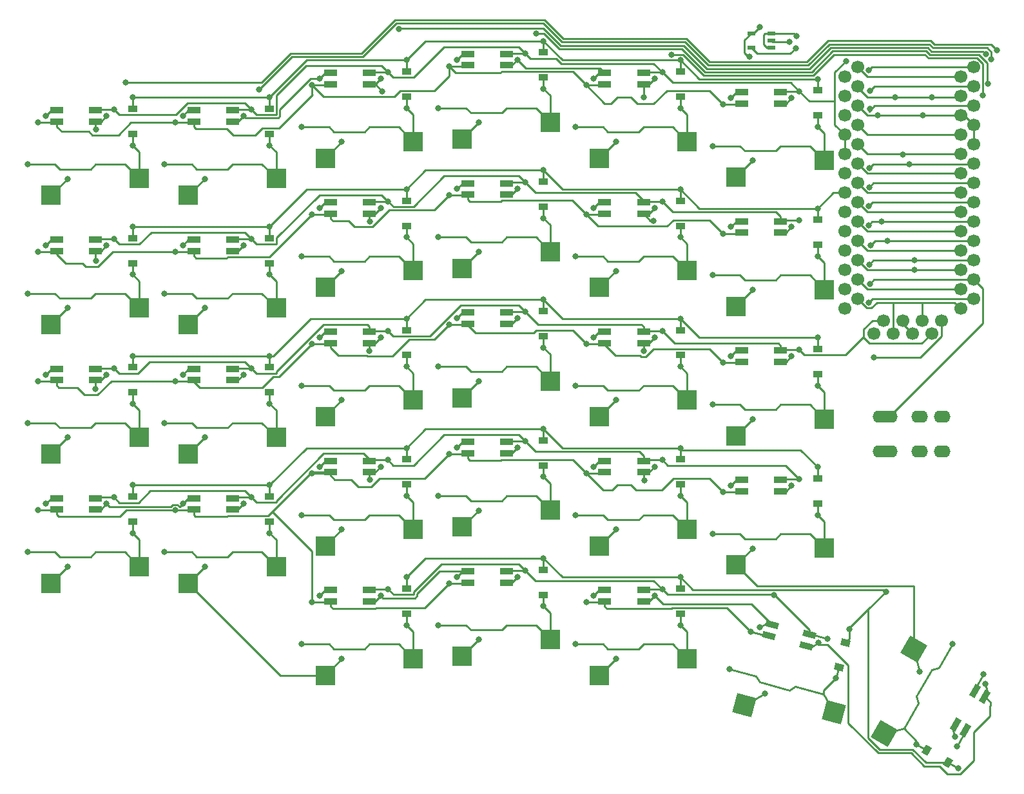
<source format=gbr>
%TF.GenerationSoftware,KiCad,Pcbnew,7.0.7*%
%TF.CreationDate,2023-10-16T17:22:34-07:00*%
%TF.ProjectId,main_pcb,6d61696e-5f70-4636-922e-6b696361645f,v1.0.0*%
%TF.SameCoordinates,Original*%
%TF.FileFunction,Copper,L1,Top*%
%TF.FilePolarity,Positive*%
%FSLAX46Y46*%
G04 Gerber Fmt 4.6, Leading zero omitted, Abs format (unit mm)*
G04 Created by KiCad (PCBNEW 7.0.7) date 2023-10-16 17:22:34*
%MOMM*%
%LPD*%
G01*
G04 APERTURE LIST*
G04 Aperture macros list*
%AMRotRect*
0 Rectangle, with rotation*
0 The origin of the aperture is its center*
0 $1 length*
0 $2 width*
0 $3 Rotation angle, in degrees counterclockwise*
0 Add horizontal line*
21,1,$1,$2,0,0,$3*%
G04 Aperture macros list end*
%TA.AperFunction,SMDPad,CuDef*%
%ADD10R,1.700000X0.820000*%
%TD*%
%TA.AperFunction,SMDPad,CuDef*%
%ADD11RotRect,1.700000X0.820000X345.000000*%
%TD*%
%TA.AperFunction,SMDPad,CuDef*%
%ADD12R,2.600000X2.600000*%
%TD*%
%TA.AperFunction,SMDPad,CuDef*%
%ADD13RotRect,1.700000X0.820000X240.000000*%
%TD*%
%TA.AperFunction,ComponentPad*%
%ADD14O,2.200000X1.600000*%
%TD*%
%TA.AperFunction,ComponentPad*%
%ADD15C,1.700000*%
%TD*%
%TA.AperFunction,SMDPad,CuDef*%
%ADD16RotRect,2.600000X2.600000X165.000000*%
%TD*%
%TA.AperFunction,SMDPad,CuDef*%
%ADD17R,1.100000X0.600000*%
%TD*%
%TA.AperFunction,SMDPad,CuDef*%
%ADD18RotRect,2.600000X2.600000X60.000000*%
%TD*%
%TA.AperFunction,SMDPad,CuDef*%
%ADD19R,1.200000X0.900000*%
%TD*%
%TA.AperFunction,SMDPad,CuDef*%
%ADD20RotRect,0.900000X1.200000X150.000000*%
%TD*%
%TA.AperFunction,SMDPad,CuDef*%
%ADD21RotRect,0.900000X1.200000X255.000000*%
%TD*%
%TA.AperFunction,ViaPad*%
%ADD22C,0.800000*%
%TD*%
%TA.AperFunction,Conductor*%
%ADD23C,0.250000*%
%TD*%
G04 APERTURE END LIST*
D10*
%TO.P,_23,DIN*%
%TO.N,LED_10*%
X224549988Y-123350000D03*
%TO.P,_23,DOUT*%
%TO.N,LED_11*%
X219449988Y-121850000D03*
%TO.P,_23,GND*%
%TO.N,GND*%
X224549988Y-121850000D03*
%TO.P,_23,VDD*%
%TO.N,RAW*%
X219449988Y-123350000D03*
%TD*%
%TO.P,_17,DIN*%
%TO.N,LED_12*%
X206549988Y-137850000D03*
%TO.P,_17,DOUT*%
%TO.N,LED_13*%
X201449988Y-136350000D03*
%TO.P,_17,GND*%
%TO.N,GND*%
X206549988Y-136350000D03*
%TO.P,_17,VDD*%
%TO.N,RAW*%
X201449988Y-137850000D03*
%TD*%
D11*
%TO.P,_28,DIN*%
%TO.N,LED_5*%
X245933671Y-197137767D03*
%TO.P,_28,DOUT*%
%TO.N,LED_6*%
X241395677Y-194368901D03*
%TO.P,_28,GND*%
%TO.N,GND*%
X246321899Y-195688878D03*
%TO.P,_28,VDD*%
%TO.N,RAW*%
X241007449Y-195817790D03*
%TD*%
D10*
%TO.P,_25,DIN*%
%TO.N,LED_2*%
X242549988Y-159850000D03*
%TO.P,_25,DOUT*%
%TO.N,LED_3*%
X237449988Y-158350000D03*
%TO.P,_25,GND*%
%TO.N,GND*%
X242549988Y-158350000D03*
%TO.P,_25,VDD*%
%TO.N,RAW*%
X237449988Y-159850000D03*
%TD*%
%TO.P,_21,DIN*%
%TO.N,LED_8*%
X224549988Y-157350000D03*
%TO.P,_21,DOUT*%
%TO.N,LED_9*%
X219449988Y-155850000D03*
%TO.P,_21,GND*%
%TO.N,GND*%
X224549988Y-155850000D03*
%TO.P,_21,VDD*%
%TO.N,RAW*%
X219449988Y-157350000D03*
%TD*%
D12*
%TO.P,S20,1*%
%TO.N,CIndex*%
X218724988Y-184050000D03*
%TO.P,S20,2*%
%TO.N,index_bottom*%
X230274988Y-181850000D03*
%TD*%
%TO.P,S27,1*%
%TO.N,CInner*%
X236724988Y-135550000D03*
%TO.P,S27,2*%
%TO.N,inner_num*%
X248274988Y-133350000D03*
%TD*%
D10*
%TO.P,_4,DIN*%
%TO.N,LED_28*%
X152549988Y-128250000D03*
%TO.P,_4,DOUT*%
%TO.N,LED_29*%
X147449988Y-126750000D03*
%TO.P,_4,GND*%
%TO.N,GND*%
X152549988Y-126750000D03*
%TO.P,_4,VDD*%
%TO.N,RAW*%
X147449988Y-128250000D03*
%TD*%
%TO.P,_19,DIN*%
%TO.N,LED_6*%
X224549988Y-191350000D03*
%TO.P,_19,DOUT*%
%TO.N,LED_7*%
X219449988Y-189850000D03*
%TO.P,_19,GND*%
%TO.N,GND*%
X224549988Y-189850000D03*
%TO.P,_19,VDD*%
%TO.N,RAW*%
X219449988Y-191350000D03*
%TD*%
%TO.P,_5,DIN*%
%TO.N,LED_24*%
X170549988Y-179250000D03*
%TO.P,_5,DOUT*%
%TO.N,LED_25*%
X165449988Y-177750000D03*
%TO.P,_5,GND*%
%TO.N,GND*%
X170549988Y-177750000D03*
%TO.P,_5,VDD*%
%TO.N,RAW*%
X165449988Y-179250000D03*
%TD*%
D12*
%TO.P,S15,1*%
%TO.N,CMid*%
X200724988Y-181550000D03*
%TO.P,S15,2*%
%TO.N,middle_bottom*%
X212274988Y-179350000D03*
%TD*%
%TO.P,S5,1*%
%TO.N,CPinky*%
X164724988Y-188950000D03*
%TO.P,S5,2*%
%TO.N,pinky_bottom*%
X176274988Y-186750000D03*
%TD*%
%TO.P,S11,1*%
%TO.N,CRing*%
X182724988Y-167050000D03*
%TO.P,S11,2*%
%TO.N,ring_home*%
X194274988Y-164850000D03*
%TD*%
D10*
%TO.P,_2,DIN*%
%TO.N,LED_26*%
X152549988Y-162250000D03*
%TO.P,_2,DOUT*%
%TO.N,LED_27*%
X147449988Y-160750000D03*
%TO.P,_2,GND*%
%TO.N,GND*%
X152549988Y-160750000D03*
%TO.P,_2,VDD*%
%TO.N,RAW*%
X147449988Y-162250000D03*
%TD*%
D13*
%TO.P,_29,DIN*%
%TO.N,LED_4*%
X265524312Y-207494032D03*
%TO.P,_29,DOUT*%
%TO.N,LED_5*%
X269373350Y-203827302D03*
%TO.P,_29,GND*%
%TO.N,GND*%
X266823350Y-208244032D03*
%TO.P,_29,VDD*%
%TO.N,RAW*%
X268074312Y-203077302D03*
%TD*%
D10*
%TO.P,_15,DIN*%
%TO.N,LED_14*%
X206549988Y-171850000D03*
%TO.P,_15,DOUT*%
%TO.N,LED_15*%
X201449988Y-170350000D03*
%TO.P,_15,GND*%
%TO.N,GND*%
X206549988Y-170350000D03*
%TO.P,_15,VDD*%
%TO.N,RAW*%
X201449988Y-171850000D03*
%TD*%
%TO.P,_11,DIN*%
%TO.N,LED_18*%
X188549988Y-157350000D03*
%TO.P,_11,DOUT*%
%TO.N,LED_19*%
X183449988Y-155850000D03*
%TO.P,_11,GND*%
%TO.N,GND*%
X188549988Y-155850000D03*
%TO.P,_11,VDD*%
%TO.N,RAW*%
X183449988Y-157350000D03*
%TD*%
D12*
%TO.P,S9,1*%
%TO.N,CPinky*%
X182724988Y-201050000D03*
%TO.P,S9,2*%
%TO.N,ring_mod*%
X194274988Y-198850000D03*
%TD*%
D10*
%TO.P,_24,DIN*%
%TO.N,LED_3*%
X242549988Y-176850000D03*
%TO.P,_24,DOUT*%
%TO.N,LED_4*%
X237449988Y-175350000D03*
%TO.P,_24,GND*%
%TO.N,GND*%
X242549988Y-175350000D03*
%TO.P,_24,VDD*%
%TO.N,RAW*%
X237449988Y-176850000D03*
%TD*%
D14*
%TO.P,TRRS1,1*%
%TO.N,TRS_DATA*%
X255699988Y-167000000D03*
X255699988Y-171600000D03*
%TO.P,TRRS1,2*%
X256799988Y-167000000D03*
X256799988Y-171600000D03*
%TO.P,TRRS1,3*%
%TO.N,RAW*%
X260799988Y-167000000D03*
X260799988Y-171600000D03*
%TO.P,TRRS1,4*%
%TO.N,GND*%
X263799988Y-167000000D03*
X263799988Y-171600000D03*
%TD*%
D10*
%TO.P,_10,DIN*%
%TO.N,LED_17*%
X188549988Y-174350000D03*
%TO.P,_10,DOUT*%
%TO.N,LED_18*%
X183449988Y-172850000D03*
%TO.P,_10,GND*%
%TO.N,GND*%
X188549988Y-172850000D03*
%TO.P,_10,VDD*%
%TO.N,RAW*%
X183449988Y-174350000D03*
%TD*%
D12*
%TO.P,S16,1*%
%TO.N,CMid*%
X200724988Y-164550000D03*
%TO.P,S16,2*%
%TO.N,middle_home*%
X212274988Y-162350000D03*
%TD*%
D15*
%TO.P,MCU-AX1,GND*%
%TO.N,GND*%
X266219988Y-127440000D03*
X250979988Y-129980000D03*
X250979988Y-132520000D03*
%TO.P,MCU-AX1,P0*%
%TO.N,P0*%
X250979988Y-124900000D03*
%TO.P,MCU-AX1,P1*%
%TO.N,P1*%
X250979988Y-127440000D03*
%TO.P,MCU-AX1,P2*%
%TO.N,RNum*%
X250979988Y-135060000D03*
%TO.P,MCU-AX1,P3*%
%TO.N,RTop*%
X250979988Y-137600000D03*
%TO.P,MCU-AX1,P4*%
%TO.N,RHome*%
X250979988Y-140140000D03*
%TO.P,MCU-AX1,P5*%
%TO.N,RBottom*%
X250979988Y-142680000D03*
%TO.P,MCU-AX1,P6*%
%TO.N,RMod*%
X250979988Y-145220000D03*
%TO.P,MCU-AX1,P7*%
%TO.N,LED_START_3V3*%
X250979988Y-147760000D03*
%TO.P,MCU-AX1,P8*%
%TO.N,TRS_DATA*%
X250979988Y-150300000D03*
%TO.P,MCU-AX1,P9*%
%TO.N,P9*%
X250979988Y-152840000D03*
%TO.P,MCU-AX1,P10*%
%TO.N,P10*%
X250979988Y-122360000D03*
%TO.P,MCU-AX1,P11*%
%TO.N,CInner*%
X266219988Y-122360000D03*
%TO.P,MCU-AX1,P20*%
%TO.N,OLED_SDA*%
X266219988Y-147760000D03*
%TO.P,MCU-AX1,P21*%
%TO.N,OLED_SCL*%
X266219988Y-152840000D03*
%TO.P,MCU-AX1,P22*%
%TO.N,COuter*%
X266219988Y-145220000D03*
%TO.P,MCU-AX1,P23*%
%TO.N,P23*%
X266219988Y-150300000D03*
%TO.P,MCU-AX1,P26*%
%TO.N,CPinky*%
X266219988Y-142680000D03*
%TO.P,MCU-AX1,P27*%
%TO.N,CRing*%
X266219988Y-140140000D03*
%TO.P,MCU-AX1,P28*%
%TO.N,CMid*%
X266219988Y-137600000D03*
%TO.P,MCU-AX1,P29*%
%TO.N,CIndex*%
X266219988Y-135060000D03*
%TO.P,MCU-AX1,RAW*%
%TO.N,RAW*%
X266219988Y-124900000D03*
%TO.P,MCU-AX1,RST*%
%TO.N,RST*%
X266219988Y-129980000D03*
%TO.P,MCU-AX1,VDD*%
%TO.N,3V3*%
X266219988Y-132520000D03*
%TD*%
D12*
%TO.P,S24,1*%
%TO.N,CInner*%
X236724988Y-186550000D03*
%TO.P,S24,2*%
%TO.N,inner_bottom*%
X248274988Y-184350000D03*
%TD*%
%TO.P,S6,1*%
%TO.N,CPinky*%
X164724988Y-171950000D03*
%TO.P,S6,2*%
%TO.N,pinky_home*%
X176274988Y-169750000D03*
%TD*%
%TO.P,S8,1*%
%TO.N,CPinky*%
X164724988Y-137950000D03*
%TO.P,S8,2*%
%TO.N,pinky_num*%
X176274988Y-135750000D03*
%TD*%
D10*
%TO.P,_9,DIN*%
%TO.N,LED_16*%
X188549988Y-191350000D03*
%TO.P,_9,DOUT*%
%TO.N,LED_17*%
X183449988Y-189850000D03*
%TO.P,_9,GND*%
%TO.N,GND*%
X188549988Y-189850000D03*
%TO.P,_9,VDD*%
%TO.N,RAW*%
X183449988Y-191350000D03*
%TD*%
%TO.P,_14,DIN*%
%TO.N,LED_15*%
X206549988Y-188850000D03*
%TO.P,_14,DOUT*%
%TO.N,LED_16*%
X201449988Y-187350000D03*
%TO.P,_14,GND*%
%TO.N,GND*%
X206549988Y-187350000D03*
%TO.P,_14,VDD*%
%TO.N,RAW*%
X201449988Y-188850000D03*
%TD*%
D12*
%TO.P,S1,1*%
%TO.N,COuter*%
X146724988Y-188950000D03*
%TO.P,S1,2*%
%TO.N,outer_bottom*%
X158274988Y-186750000D03*
%TD*%
%TO.P,S10,1*%
%TO.N,CRing*%
X182724988Y-184050000D03*
%TO.P,S10,2*%
%TO.N,ring_bottom*%
X194274988Y-181850000D03*
%TD*%
D10*
%TO.P,_20,DIN*%
%TO.N,LED_7*%
X224549988Y-174350000D03*
%TO.P,_20,DOUT*%
%TO.N,LED_8*%
X219449988Y-172850000D03*
%TO.P,_20,GND*%
%TO.N,GND*%
X224549988Y-172850000D03*
%TO.P,_20,VDD*%
%TO.N,RAW*%
X219449988Y-174350000D03*
%TD*%
%TO.P,_27,DIN*%
%TO.N,LED_START_5V*%
X242549988Y-125850000D03*
%TO.P,_27,DOUT*%
%TO.N,LED_1*%
X237449988Y-124350000D03*
%TO.P,_27,GND*%
%TO.N,GND*%
X242549988Y-124350000D03*
%TO.P,_27,VDD*%
%TO.N,RAW*%
X237449988Y-125850000D03*
%TD*%
%TO.P,_12,DIN*%
%TO.N,LED_19*%
X188549988Y-140350000D03*
%TO.P,_12,DOUT*%
%TO.N,LED_20*%
X183449988Y-138850000D03*
%TO.P,_12,GND*%
%TO.N,GND*%
X188549988Y-138850000D03*
%TO.P,_12,VDD*%
%TO.N,RAW*%
X183449988Y-140350000D03*
%TD*%
%TO.P,_18,DIN*%
%TO.N,LED_11*%
X206549988Y-120850000D03*
%TO.P,_18,DOUT*%
%TO.N,LED_12*%
X201449988Y-119350000D03*
%TO.P,_18,GND*%
%TO.N,GND*%
X206549988Y-119350000D03*
%TO.P,_18,VDD*%
%TO.N,RAW*%
X201449988Y-120850000D03*
%TD*%
D12*
%TO.P,S13,1*%
%TO.N,CRing*%
X182724988Y-133050000D03*
%TO.P,S13,2*%
%TO.N,ring_num*%
X194274988Y-130850000D03*
%TD*%
%TO.P,S12,1*%
%TO.N,CRing*%
X182724988Y-150050000D03*
%TO.P,S12,2*%
%TO.N,ring_top*%
X194274988Y-147850000D03*
%TD*%
D16*
%TO.P,S28,1*%
%TO.N,CIndex*%
X237796608Y-204999626D03*
%TO.P,S28,2*%
%TO.N,layer_cluster*%
X249522453Y-205863949D03*
%TD*%
D12*
%TO.P,S4,1*%
%TO.N,COuter*%
X146724988Y-137950000D03*
%TO.P,S4,2*%
%TO.N,outer_num*%
X158274988Y-135750000D03*
%TD*%
D17*
%TO.P,_30,DIN*%
%TO.N,LED_START_3V3*%
X241299988Y-117600000D03*
%TO.P,_30,DOUT*%
%TO.N,LED_START_5V*%
X238699988Y-116650000D03*
%TO.P,_30,GND*%
%TO.N,GND*%
X241299988Y-118550000D03*
X241299988Y-116650000D03*
%TO.P,_30,VCC*%
%TO.N,RAW*%
X238699988Y-118550000D03*
%TD*%
D12*
%TO.P,S17,1*%
%TO.N,CMid*%
X200724988Y-147550000D03*
%TO.P,S17,2*%
%TO.N,middle_top*%
X212274988Y-145350000D03*
%TD*%
D10*
%TO.P,_16,DIN*%
%TO.N,LED_13*%
X206549988Y-154850000D03*
%TO.P,_16,DOUT*%
%TO.N,LED_14*%
X201449988Y-153350000D03*
%TO.P,_16,GND*%
%TO.N,GND*%
X206549988Y-153350000D03*
%TO.P,_16,VDD*%
%TO.N,RAW*%
X201449988Y-154850000D03*
%TD*%
D12*
%TO.P,S19,1*%
%TO.N,CMid*%
X218724988Y-201050000D03*
%TO.P,S19,2*%
%TO.N,index_mod*%
X230274988Y-198850000D03*
%TD*%
%TO.P,S22,1*%
%TO.N,CIndex*%
X218724988Y-150050000D03*
%TO.P,S22,2*%
%TO.N,index_top*%
X230274988Y-147850000D03*
%TD*%
D10*
%TO.P,_1,DIN*%
%TO.N,LED_25*%
X152549988Y-179250000D03*
%TO.P,_1,DOUT*%
%TO.N,LED_26*%
X147449988Y-177750000D03*
%TO.P,_1,GND*%
%TO.N,GND*%
X152549988Y-177750000D03*
%TO.P,_1,VDD*%
%TO.N,RAW*%
X147449988Y-179250000D03*
%TD*%
D12*
%TO.P,S7,1*%
%TO.N,CPinky*%
X164724988Y-154950000D03*
%TO.P,S7,2*%
%TO.N,pinky_top*%
X176274988Y-152750000D03*
%TD*%
%TO.P,S25,1*%
%TO.N,CInner*%
X236724988Y-169550000D03*
%TO.P,S25,2*%
%TO.N,inner_home*%
X248274988Y-167350000D03*
%TD*%
D10*
%TO.P,_6,DIN*%
%TO.N,LED_23*%
X170549988Y-162250000D03*
%TO.P,_6,DOUT*%
%TO.N,LED_24*%
X165449988Y-160750000D03*
%TO.P,_6,GND*%
%TO.N,GND*%
X170549988Y-160750000D03*
%TO.P,_6,VDD*%
%TO.N,RAW*%
X165449988Y-162250000D03*
%TD*%
%TO.P,_8,DIN*%
%TO.N,LED_21*%
X170549988Y-128250000D03*
%TO.P,_8,DOUT*%
%TO.N,LED_22*%
X165449988Y-126750000D03*
%TO.P,_8,GND*%
%TO.N,GND*%
X170549988Y-126750000D03*
%TO.P,_8,VDD*%
%TO.N,RAW*%
X165449988Y-128250000D03*
%TD*%
%TO.P,_13,DIN*%
%TO.N,LED_20*%
X188549988Y-123350000D03*
%TO.P,_13,DOUT*%
%TO.N,LED_21*%
X183449988Y-121850000D03*
%TO.P,_13,GND*%
%TO.N,GND*%
X188549988Y-121850000D03*
%TO.P,_13,VDD*%
%TO.N,RAW*%
X183449988Y-123350000D03*
%TD*%
%TO.P,_22,DIN*%
%TO.N,LED_9*%
X224549988Y-140350000D03*
%TO.P,_22,DOUT*%
%TO.N,LED_10*%
X219449988Y-138850000D03*
%TO.P,_22,GND*%
%TO.N,GND*%
X224549988Y-138850000D03*
%TO.P,_22,VDD*%
%TO.N,RAW*%
X219449988Y-140350000D03*
%TD*%
D12*
%TO.P,S21,1*%
%TO.N,CIndex*%
X218724988Y-167050000D03*
%TO.P,S21,2*%
%TO.N,index_home*%
X230274988Y-164850000D03*
%TD*%
%TO.P,S2,1*%
%TO.N,COuter*%
X146724988Y-171950000D03*
%TO.P,S2,2*%
%TO.N,outer_home*%
X158274988Y-169750000D03*
%TD*%
D15*
%TO.P,OLED1,GND*%
%TO.N,GND*%
X262409988Y-156100000D03*
%TO.P,OLED1,SCL*%
%TO.N,OLED_SCL*%
X257329988Y-156100000D03*
%TO.P,OLED1,SDA*%
%TO.N,OLED_SDA*%
X254789988Y-156100000D03*
%TO.P,OLED1,VCC*%
%TO.N,3V3*%
X259869988Y-156100000D03*
%TD*%
D10*
%TO.P,_7,DIN*%
%TO.N,LED_22*%
X170549988Y-145250000D03*
%TO.P,_7,DOUT*%
%TO.N,LED_23*%
X165449988Y-143750000D03*
%TO.P,_7,GND*%
%TO.N,GND*%
X170549988Y-143750000D03*
%TO.P,_7,VDD*%
%TO.N,RAW*%
X165449988Y-145250000D03*
%TD*%
%TO.P,_3,DIN*%
%TO.N,LED_27*%
X152549988Y-145250000D03*
%TO.P,_3,DOUT*%
%TO.N,LED_28*%
X147449988Y-143750000D03*
%TO.P,_3,GND*%
%TO.N,GND*%
X152549988Y-143750000D03*
%TO.P,_3,VDD*%
%TO.N,RAW*%
X147449988Y-145250000D03*
%TD*%
D12*
%TO.P,S18,1*%
%TO.N,CMid*%
X200724988Y-130550000D03*
%TO.P,S18,2*%
%TO.N,middle_num*%
X212274988Y-128350000D03*
%TD*%
D10*
%TO.P,_26,DIN*%
%TO.N,LED_1*%
X242549988Y-142850000D03*
%TO.P,_26,DOUT*%
%TO.N,LED_2*%
X237449988Y-141350000D03*
%TO.P,_26,GND*%
%TO.N,GND*%
X242549988Y-141350000D03*
%TO.P,_26,VDD*%
%TO.N,RAW*%
X237449988Y-142850000D03*
%TD*%
D12*
%TO.P,S3,1*%
%TO.N,COuter*%
X146724988Y-154950000D03*
%TO.P,S3,2*%
%TO.N,outer_top*%
X158274988Y-152750000D03*
%TD*%
%TO.P,S26,1*%
%TO.N,CInner*%
X236724988Y-152550000D03*
%TO.P,S26,2*%
%TO.N,inner_top*%
X248274988Y-150350000D03*
%TD*%
%TO.P,S14,1*%
%TO.N,CRing*%
X200724988Y-198550000D03*
%TO.P,S14,2*%
%TO.N,middle_mod*%
X212274988Y-196350000D03*
%TD*%
D18*
%TO.P,S29,1*%
%TO.N,CInner*%
X260036365Y-197599434D03*
%TO.P,S29,2*%
%TO.N,space_cluster*%
X256166621Y-208702027D03*
%TD*%
D12*
%TO.P,S23,1*%
%TO.N,CIndex*%
X218724988Y-133050000D03*
%TO.P,S23,2*%
%TO.N,index_num*%
X230274988Y-130850000D03*
%TD*%
D19*
%TO.P,D12,1*%
%TO.N,ring_top*%
X193399988Y-141950000D03*
%TO.P,D12,2*%
%TO.N,RTop*%
X193399988Y-138650000D03*
%TD*%
%TO.P,D13,1*%
%TO.N,ring_num*%
X193399988Y-124950000D03*
%TO.P,D13,2*%
%TO.N,RNum*%
X193399988Y-121650000D03*
%TD*%
D15*
%TO.P,OLED2,GND*%
%TO.N,GND*%
X256059988Y-154420000D03*
%TO.P,OLED2,SCL*%
%TO.N,OLED_SCL*%
X261139988Y-154420000D03*
%TO.P,OLED2,SDA*%
%TO.N,OLED_SDA*%
X263679988Y-154420000D03*
%TO.P,OLED2,VCC*%
%TO.N,3V3*%
X258599988Y-154420000D03*
%TD*%
D19*
%TO.P,D24,1*%
%TO.N,inner_bottom*%
X247399988Y-178450000D03*
%TO.P,D24,2*%
%TO.N,RBottom*%
X247399988Y-175150000D03*
%TD*%
%TO.P,D3,1*%
%TO.N,outer_top*%
X157399988Y-146850000D03*
%TO.P,D3,2*%
%TO.N,RTop*%
X157399988Y-143550000D03*
%TD*%
%TO.P,D20,1*%
%TO.N,index_bottom*%
X229399988Y-175950000D03*
%TO.P,D20,2*%
%TO.N,RBottom*%
X229399988Y-172650000D03*
%TD*%
%TO.P,D2,1*%
%TO.N,outer_home*%
X157399988Y-163850000D03*
%TO.P,D2,2*%
%TO.N,RHome*%
X157399988Y-160550000D03*
%TD*%
%TO.P,D10,1*%
%TO.N,ring_bottom*%
X193399988Y-175950000D03*
%TO.P,D10,2*%
%TO.N,RBottom*%
X193399988Y-172650000D03*
%TD*%
%TO.P,D11,1*%
%TO.N,ring_home*%
X193399988Y-158950000D03*
%TO.P,D11,2*%
%TO.N,RHome*%
X193399988Y-155650000D03*
%TD*%
%TO.P,D4,1*%
%TO.N,outer_num*%
X157399988Y-129850000D03*
%TO.P,D4,2*%
%TO.N,RNum*%
X157399988Y-126550000D03*
%TD*%
%TO.P,D14,1*%
%TO.N,middle_mod*%
X211399988Y-190450000D03*
%TO.P,D14,2*%
%TO.N,RMod*%
X211399988Y-187150000D03*
%TD*%
%TO.P,D18,1*%
%TO.N,middle_num*%
X211399988Y-122450000D03*
%TO.P,D18,2*%
%TO.N,RNum*%
X211399988Y-119150000D03*
%TD*%
%TO.P,D25,1*%
%TO.N,inner_home*%
X247399988Y-161450000D03*
%TO.P,D25,2*%
%TO.N,RHome*%
X247399988Y-158150000D03*
%TD*%
%TO.P,D7,1*%
%TO.N,pinky_top*%
X175399988Y-146850000D03*
%TO.P,D7,2*%
%TO.N,RTop*%
X175399988Y-143550000D03*
%TD*%
%TO.P,D22,1*%
%TO.N,index_top*%
X229399988Y-141950000D03*
%TO.P,D22,2*%
%TO.N,RTop*%
X229399988Y-138650000D03*
%TD*%
%TO.P,D5,1*%
%TO.N,pinky_bottom*%
X175399988Y-180850000D03*
%TO.P,D5,2*%
%TO.N,RBottom*%
X175399988Y-177550000D03*
%TD*%
%TO.P,D26,1*%
%TO.N,inner_top*%
X247399988Y-144450000D03*
%TO.P,D26,2*%
%TO.N,RTop*%
X247399988Y-141150000D03*
%TD*%
%TO.P,D15,1*%
%TO.N,middle_bottom*%
X211399988Y-173450000D03*
%TO.P,D15,2*%
%TO.N,RBottom*%
X211399988Y-170150000D03*
%TD*%
%TO.P,D8,1*%
%TO.N,pinky_num*%
X175399988Y-129850000D03*
%TO.P,D8,2*%
%TO.N,RNum*%
X175399988Y-126550000D03*
%TD*%
%TO.P,D1,1*%
%TO.N,outer_bottom*%
X157399988Y-180850000D03*
%TO.P,D1,2*%
%TO.N,RBottom*%
X157399988Y-177550000D03*
%TD*%
%TO.P,D9,1*%
%TO.N,ring_mod*%
X193399988Y-192950000D03*
%TO.P,D9,2*%
%TO.N,RMod*%
X193399988Y-189650000D03*
%TD*%
D20*
%TO.P,D29,1*%
%TO.N,space_cluster*%
X261713671Y-210894255D03*
%TO.P,D29,2*%
%TO.N,RMod*%
X264571555Y-212544255D03*
%TD*%
D19*
%TO.P,D23,1*%
%TO.N,index_num*%
X229399988Y-124950000D03*
%TO.P,D23,2*%
%TO.N,RNum*%
X229399988Y-121650000D03*
%TD*%
%TO.P,D6,1*%
%TO.N,pinky_home*%
X175399988Y-163850000D03*
%TO.P,D6,2*%
%TO.N,RHome*%
X175399988Y-160550000D03*
%TD*%
D15*
%TO.P,MCU-AX2,GND*%
%TO.N,GND*%
X252659988Y-126170000D03*
X267899988Y-128710000D03*
X267899988Y-131250000D03*
%TO.P,MCU-AX2,P0*%
%TO.N,P0*%
X267899988Y-123630000D03*
%TO.P,MCU-AX2,P1*%
%TO.N,P1*%
X267899988Y-126170000D03*
%TO.P,MCU-AX2,P2*%
%TO.N,RNum*%
X267899988Y-133790000D03*
%TO.P,MCU-AX2,P3*%
%TO.N,RTop*%
X267899988Y-136330000D03*
%TO.P,MCU-AX2,P4*%
%TO.N,RHome*%
X267899988Y-138870000D03*
%TO.P,MCU-AX2,P5*%
%TO.N,RBottom*%
X267899988Y-141410000D03*
%TO.P,MCU-AX2,P6*%
%TO.N,RMod*%
X267899988Y-143950000D03*
%TO.P,MCU-AX2,P7*%
%TO.N,LED_START_3V3*%
X267899988Y-146490000D03*
%TO.P,MCU-AX2,P8*%
%TO.N,TRS_DATA*%
X267899988Y-149030000D03*
%TO.P,MCU-AX2,P9*%
%TO.N,P9*%
X267899988Y-151570000D03*
%TO.P,MCU-AX2,P10*%
%TO.N,P10*%
X267899988Y-121090000D03*
%TO.P,MCU-AX2,P11*%
%TO.N,CInner*%
X252659988Y-121090000D03*
%TO.P,MCU-AX2,P20*%
%TO.N,OLED_SDA*%
X252659988Y-146490000D03*
%TO.P,MCU-AX2,P21*%
%TO.N,OLED_SCL*%
X252659988Y-151570000D03*
%TO.P,MCU-AX2,P22*%
%TO.N,COuter*%
X252659988Y-143950000D03*
%TO.P,MCU-AX2,P23*%
%TO.N,P23*%
X252659988Y-149030000D03*
%TO.P,MCU-AX2,P26*%
%TO.N,CPinky*%
X252659988Y-141410000D03*
%TO.P,MCU-AX2,P27*%
%TO.N,CRing*%
X252659988Y-138870000D03*
%TO.P,MCU-AX2,P28*%
%TO.N,CMid*%
X252659988Y-136330000D03*
%TO.P,MCU-AX2,P29*%
%TO.N,CIndex*%
X252659988Y-133790000D03*
%TO.P,MCU-AX2,RAW*%
%TO.N,RAW*%
X252659988Y-123630000D03*
%TO.P,MCU-AX2,RST*%
%TO.N,RST*%
X252659988Y-128710000D03*
%TO.P,MCU-AX2,VDD*%
%TO.N,3V3*%
X252659988Y-131250000D03*
%TD*%
D19*
%TO.P,D16,1*%
%TO.N,middle_home*%
X211399988Y-156450000D03*
%TO.P,D16,2*%
%TO.N,RHome*%
X211399988Y-153150000D03*
%TD*%
%TO.P,D17,1*%
%TO.N,middle_top*%
X211399988Y-139450000D03*
%TO.P,D17,2*%
%TO.N,RTop*%
X211399988Y-136150000D03*
%TD*%
%TO.P,D21,1*%
%TO.N,index_home*%
X229399988Y-158950000D03*
%TO.P,D21,2*%
%TO.N,RHome*%
X229399988Y-155650000D03*
%TD*%
%TO.P,D19,1*%
%TO.N,index_mod*%
X229399988Y-192950000D03*
%TO.P,D19,2*%
%TO.N,RMod*%
X229399988Y-189650000D03*
%TD*%
%TO.P,D27,1*%
%TO.N,inner_num*%
X247399988Y-127450000D03*
%TO.P,D27,2*%
%TO.N,RNum*%
X247399988Y-124150000D03*
%TD*%
D21*
%TO.P,D28,1*%
%TO.N,layer_cluster*%
X250204301Y-199938521D03*
%TO.P,D28,2*%
%TO.N,RMod*%
X251058403Y-196750965D03*
%TD*%
D22*
%TO.N,COuter*%
X148909988Y-186770000D03*
X148909988Y-135770000D03*
X148909988Y-152770000D03*
X148909988Y-169770000D03*
X156469988Y-123100000D03*
X270969988Y-118870000D03*
%TO.N,outer_bottom*%
X143599988Y-184850000D03*
X157399988Y-182350000D03*
%TO.N,outer_home*%
X157399988Y-165350000D03*
X143599988Y-167850000D03*
%TO.N,outer_top*%
X143599988Y-150850000D03*
X157399988Y-148350000D03*
%TO.N,outer_num*%
X157399988Y-131350000D03*
X143599988Y-133850000D03*
%TO.N,CPinky*%
X166909988Y-135770000D03*
X166909988Y-152770000D03*
X184909988Y-198870000D03*
X166909988Y-186770000D03*
X166909988Y-169770000D03*
X270234488Y-120080405D03*
X174059988Y-124020000D03*
%TO.N,pinky_bottom*%
X175399988Y-182350000D03*
X161599988Y-184850000D03*
%TO.N,pinky_home*%
X161599988Y-167850000D03*
X175399988Y-165350000D03*
%TO.N,pinky_top*%
X175399988Y-148350000D03*
X161599988Y-150850000D03*
%TO.N,pinky_num*%
X161599988Y-133850000D03*
X175399988Y-131350000D03*
%TO.N,ring_mod*%
X179599988Y-196950000D03*
X193399988Y-194450000D03*
%TO.N,CRing*%
X184909988Y-164870000D03*
X184909988Y-130870000D03*
X184909988Y-181870000D03*
X269506334Y-119373650D03*
X184909988Y-147870000D03*
X192399988Y-116030000D03*
X202909988Y-196370000D03*
%TO.N,ring_bottom*%
X179599988Y-179950000D03*
X193399988Y-177450000D03*
%TO.N,ring_home*%
X179599988Y-162950000D03*
X193399988Y-160450000D03*
%TO.N,ring_top*%
X193399988Y-143450000D03*
X179599988Y-145950000D03*
%TO.N,ring_num*%
X193399988Y-126450000D03*
X179599988Y-128950000D03*
%TO.N,middle_mod*%
X197599988Y-194450000D03*
X211399988Y-191950000D03*
%TO.N,CMid*%
X202909988Y-128370000D03*
X269799488Y-123236231D03*
X202909988Y-145370000D03*
X202909988Y-162370000D03*
X202909988Y-179370000D03*
X220909988Y-198870000D03*
X210439988Y-116690000D03*
%TO.N,middle_bottom*%
X211399988Y-174950000D03*
X197599988Y-177450000D03*
%TO.N,middle_home*%
X211399988Y-157950000D03*
X197599988Y-160450000D03*
%TO.N,middle_top*%
X211399988Y-140950000D03*
X197599988Y-143450000D03*
%TO.N,middle_num*%
X197599988Y-126450000D03*
X211399988Y-123950000D03*
%TO.N,index_mod*%
X229399988Y-194450000D03*
X215599988Y-196950000D03*
%TO.N,CIndex*%
X220909988Y-147870000D03*
X269074988Y-124830000D03*
X228259988Y-119425500D03*
X220909988Y-181870000D03*
X240469988Y-203460000D03*
X220909988Y-130870000D03*
X220909988Y-164870000D03*
%TO.N,index_bottom*%
X229399988Y-177450000D03*
X215599988Y-179950000D03*
%TO.N,index_home*%
X229399988Y-160450000D03*
X215599988Y-162950000D03*
%TO.N,index_top*%
X229399988Y-143450000D03*
X215599988Y-145950000D03*
%TO.N,index_num*%
X215599988Y-128950000D03*
X229399988Y-126450000D03*
%TO.N,CInner*%
X260839988Y-200580000D03*
X238909988Y-167370000D03*
X238909988Y-133370000D03*
X238909988Y-184370000D03*
X238909988Y-150370000D03*
%TO.N,inner_bottom*%
X233599988Y-182450000D03*
X247399988Y-179950000D03*
%TO.N,inner_home*%
X233599988Y-165450000D03*
X247399988Y-162950000D03*
%TO.N,inner_top*%
X233599988Y-148450000D03*
X247399988Y-145950000D03*
%TO.N,inner_num*%
X233599988Y-131450000D03*
X247399988Y-128950000D03*
%TO.N,layer_cluster*%
X235839988Y-200240000D03*
X249819988Y-201390000D03*
%TO.N,space_cluster*%
X260409988Y-210140000D03*
X265149988Y-196940000D03*
%TO.N,RAW*%
X216999988Y-140450000D03*
X198999988Y-120950000D03*
X180999988Y-123450000D03*
X180999988Y-140450000D03*
X144999988Y-128350000D03*
X180999988Y-157450000D03*
X144999988Y-179350000D03*
X162999988Y-145350000D03*
X216999988Y-174450000D03*
X244530470Y-118604500D03*
X198999988Y-171950000D03*
X262429990Y-125025500D03*
X162999988Y-128350000D03*
X162999988Y-162350000D03*
X144999988Y-162350000D03*
X144999988Y-145350000D03*
X269212688Y-200905500D03*
X162999988Y-179350000D03*
X234999988Y-159950000D03*
X257609988Y-125025500D03*
X238615088Y-195280300D03*
X180999988Y-174450000D03*
X198999988Y-137950000D03*
X234999988Y-142950000D03*
X198999988Y-188950000D03*
X216999988Y-123450000D03*
X234999988Y-176950000D03*
X216999988Y-157450000D03*
X198999988Y-154950000D03*
X234999988Y-125950000D03*
X216999988Y-191450000D03*
X180999988Y-191450000D03*
%TO.N,GND*%
X208999988Y-153250000D03*
X248714288Y-196226400D03*
X244999988Y-158250000D03*
X190999988Y-155750000D03*
X190999988Y-172750000D03*
X154999988Y-160650000D03*
X172999988Y-177650000D03*
X241679066Y-190494500D03*
X226999988Y-189750000D03*
X172999988Y-160650000D03*
X244999988Y-141250000D03*
X190999988Y-189750000D03*
X265684988Y-210415800D03*
X172999988Y-143650000D03*
X244999988Y-175250000D03*
X208999988Y-119250000D03*
X154999988Y-126650000D03*
X190999988Y-121750000D03*
X226999988Y-172750000D03*
X172999988Y-126650000D03*
X208999988Y-136250000D03*
X226999988Y-138750000D03*
X208999988Y-187250000D03*
X226999988Y-121750000D03*
X244999988Y-124250000D03*
X190999988Y-138750000D03*
X261209988Y-127440000D03*
X251159988Y-120270000D03*
X255319988Y-127440000D03*
X244659988Y-117025000D03*
X226999988Y-155750000D03*
X154999988Y-177650000D03*
X208999988Y-170250000D03*
X154999988Y-143650000D03*
%TO.N,LED_25*%
X163999988Y-178500000D03*
X153999988Y-178500000D03*
%TO.N,LED_26*%
X152539990Y-163400000D03*
X145999988Y-178500000D03*
X153999988Y-161500000D03*
%TO.N,LED_27*%
X152599990Y-146540000D03*
X145999988Y-161500000D03*
X153999988Y-144500000D03*
%TO.N,LED_28*%
X145999988Y-144500000D03*
X152569990Y-129259502D03*
X153999988Y-127500000D03*
%TO.N,LED_29*%
X145999988Y-127500000D03*
%TO.N,LED_24*%
X171999988Y-178500000D03*
X163999988Y-161500000D03*
%TO.N,LED_23*%
X171999988Y-161500000D03*
X163999988Y-144500000D03*
%TO.N,LED_22*%
X171999988Y-144500000D03*
X163999988Y-127500000D03*
%TO.N,LED_21*%
X171999988Y-127500000D03*
X181999988Y-122600000D03*
%TO.N,LED_16*%
X189999988Y-190600000D03*
X199999988Y-188100000D03*
%TO.N,LED_17*%
X181999988Y-190600000D03*
X188599990Y-175359502D03*
X189999988Y-173600000D03*
%TO.N,LED_18*%
X181999988Y-173600000D03*
X189999988Y-156600000D03*
X188539990Y-158359502D03*
%TO.N,LED_19*%
X181999988Y-156600000D03*
X188629990Y-141359502D03*
X189999988Y-139600000D03*
%TO.N,LED_20*%
X181999988Y-139600000D03*
X189999988Y-122600000D03*
X190229990Y-124240000D03*
%TO.N,LED_15*%
X199999988Y-171100000D03*
X207999988Y-188100000D03*
%TO.N,LED_14*%
X199999988Y-154100000D03*
X207999988Y-171100000D03*
%TO.N,LED_13*%
X207999988Y-154100000D03*
X199999988Y-137100000D03*
%TO.N,LED_12*%
X199999988Y-120100000D03*
X207999988Y-137100000D03*
%TO.N,LED_11*%
X217999988Y-122600000D03*
X207999988Y-120100000D03*
%TO.N,LED_6*%
X225999988Y-190600000D03*
X239800988Y-194718100D03*
%TO.N,LED_7*%
X225999988Y-173600000D03*
X217999988Y-190600000D03*
X224629990Y-175410000D03*
%TO.N,LED_8*%
X217999988Y-173600000D03*
X224569990Y-158440000D03*
X225999988Y-156600000D03*
%TO.N,LED_9*%
X217999988Y-156600000D03*
X225849990Y-141265500D03*
X225999988Y-139600000D03*
%TO.N,LED_10*%
X217999988Y-139600000D03*
X224549988Y-124999998D03*
X225999988Y-122600000D03*
%TO.N,LED_3*%
X235999988Y-159100000D03*
X243999988Y-176100000D03*
%TO.N,LED_4*%
X235999988Y-176100000D03*
X265448788Y-209124800D03*
%TO.N,LED_2*%
X235999988Y-142100000D03*
X243999988Y-159100000D03*
%TO.N,LED_1*%
X243999988Y-142100000D03*
X235999988Y-125100000D03*
%TO.N,LED_START_5V*%
X239849988Y-115810000D03*
X238469988Y-119669104D03*
X243999988Y-125100000D03*
%TO.N,LED_5*%
X247528388Y-196788600D03*
X269448788Y-202196600D03*
%TO.N,RBottom*%
X193399988Y-171150000D03*
X211399988Y-168650000D03*
X247399988Y-173650000D03*
X254135037Y-141860451D03*
X229399988Y-171150000D03*
X255851788Y-141410000D03*
X157399988Y-176050000D03*
X175399988Y-176050000D03*
%TO.N,RHome*%
X157399988Y-159050000D03*
X247399988Y-156650000D03*
X193399988Y-154150000D03*
X254164136Y-139349550D03*
X211399988Y-151650000D03*
X229399988Y-154150000D03*
X175399988Y-159050000D03*
%TO.N,RTop*%
X211399988Y-134650000D03*
X247399988Y-139650000D03*
X254217287Y-136862701D03*
X157399988Y-142050000D03*
X193399988Y-137150000D03*
X175399988Y-142050000D03*
X229399988Y-137150000D03*
%TO.N,RNum*%
X157399988Y-125050000D03*
X254242288Y-134335500D03*
X229399988Y-120150000D03*
X247399988Y-122650000D03*
X175399988Y-125050000D03*
X193399988Y-120150000D03*
X259449488Y-133885000D03*
X211399988Y-117650000D03*
%TO.N,RMod*%
X256369988Y-190044500D03*
X193399988Y-188150000D03*
X229399988Y-188150000D03*
X251589988Y-194990000D03*
X265869988Y-213290000D03*
X254402288Y-144495500D03*
X256576288Y-143950000D03*
X211399988Y-185650000D03*
%TO.N,3V3*%
X258599988Y-132570000D03*
%TO.N,P0*%
X254307287Y-124175500D03*
%TO.N,P1*%
X254307288Y-126590500D03*
%TO.N,LED_START_3V3*%
X254212287Y-147017701D03*
X260159988Y-146490000D03*
X243709990Y-117800000D03*
%TO.N,TRS_DATA*%
X254297287Y-149575500D03*
%TO.N,P9*%
X254160038Y-152045450D03*
%TO.N,P10*%
X254116572Y-121521986D03*
%TO.N,OLED_SDA*%
X254789988Y-159260000D03*
X260119990Y-147760000D03*
%TD*%
D23*
%TO.N,COuter*%
X211539481Y-114855000D02*
X191913287Y-114855000D01*
X146719988Y-137950000D02*
X148909988Y-135770000D01*
X146719988Y-154950000D02*
X148909988Y-152770000D01*
X248755927Y-117631269D02*
X245993592Y-120393604D01*
X178193592Y-119250000D02*
X174343592Y-123100000D01*
X146719988Y-188950000D02*
X148909988Y-186770000D01*
X191913287Y-114855000D02*
X187518287Y-119250000D01*
X270969988Y-118870000D02*
X270214988Y-118115000D01*
X262255877Y-117631269D02*
X248755927Y-117631269D01*
X146719988Y-171950000D02*
X148909988Y-169770000D01*
X233214481Y-120393604D02*
X230160877Y-117340000D01*
X253929988Y-145220000D02*
X266219988Y-145220000D01*
X174343592Y-123100000D02*
X156469988Y-123100000D01*
X252659988Y-143950000D02*
X253929988Y-145220000D01*
X214024481Y-117340000D02*
X211539481Y-114855000D01*
X230160877Y-117340000D02*
X214024481Y-117340000D01*
X262739608Y-118115000D02*
X262255877Y-117631269D01*
X270214988Y-118115000D02*
X262739608Y-118115000D01*
X245993592Y-120393604D02*
X233214481Y-120393604D01*
X187518287Y-119250000D02*
X178193592Y-119250000D01*
%TO.N,outer_bottom*%
X151919988Y-185500000D02*
X152539988Y-184850000D01*
X143599988Y-184850000D02*
X147219988Y-184850000D01*
X157399988Y-182350000D02*
X158274988Y-183225000D01*
X152539988Y-184850000D02*
X156399988Y-184850000D01*
X147219988Y-184850000D02*
X147849988Y-185500000D01*
X158274988Y-183225000D02*
X158274988Y-186750000D01*
X157399988Y-182350000D02*
X157399988Y-180850000D01*
X156399988Y-184850000D02*
X158279988Y-186750000D01*
X147849988Y-185500000D02*
X151919988Y-185500000D01*
%TO.N,outer_home*%
X151919988Y-168500000D02*
X152539988Y-167850000D01*
X157399988Y-165350000D02*
X157399988Y-163850000D01*
X156399988Y-167850000D02*
X158279988Y-169750000D01*
X158274988Y-166225000D02*
X158274988Y-169750000D01*
X147849988Y-168500000D02*
X151919988Y-168500000D01*
X147219988Y-167850000D02*
X147849988Y-168500000D01*
X157399988Y-165350000D02*
X158274988Y-166225000D01*
X143599988Y-167850000D02*
X147219988Y-167850000D01*
X152539988Y-167850000D02*
X156399988Y-167850000D01*
%TO.N,outer_top*%
X157399988Y-148350000D02*
X157399988Y-146850000D01*
X156399988Y-150850000D02*
X158279988Y-152750000D01*
X157399988Y-148350000D02*
X158274988Y-149225000D01*
X147219988Y-150850000D02*
X147849988Y-151500000D01*
X152539988Y-150850000D02*
X156399988Y-150850000D01*
X151919988Y-151500000D02*
X152539988Y-150850000D01*
X147849988Y-151500000D02*
X151919988Y-151500000D01*
X158274988Y-149225000D02*
X158274988Y-152750000D01*
X143599988Y-150850000D02*
X147219988Y-150850000D01*
%TO.N,outer_num*%
X143599988Y-133850000D02*
X147219988Y-133850000D01*
X156399988Y-133850000D02*
X158279988Y-135750000D01*
X152539988Y-133850000D02*
X156399988Y-133850000D01*
X157399988Y-131350000D02*
X157399988Y-129850000D01*
X147219988Y-133850000D02*
X147849988Y-134500000D01*
X158274988Y-132225000D02*
X158274988Y-135750000D01*
X151919988Y-134500000D02*
X152539988Y-133850000D01*
X157399988Y-131350000D02*
X158274988Y-132225000D01*
X147849988Y-134500000D02*
X151919988Y-134500000D01*
%TO.N,CPinky*%
X187704683Y-119700000D02*
X178379988Y-119700000D01*
X246173592Y-120850000D02*
X233034481Y-120850000D01*
X252659988Y-141410000D02*
X253929988Y-142680000D01*
X270234488Y-120080405D02*
X270234488Y-119076499D01*
X164719988Y-171950000D02*
X166909988Y-169770000D01*
X164719988Y-137950000D02*
X166909988Y-135770000D01*
X229974481Y-117790000D02*
X213838085Y-117790000D01*
X269722989Y-118565000D02*
X262553212Y-118565000D01*
X182719988Y-201050000D02*
X184909988Y-198870000D01*
X178379988Y-119700000D02*
X174059988Y-124020000D01*
X213838085Y-117790000D02*
X211353085Y-115305000D01*
X176824988Y-201050000D02*
X182724988Y-201050000D01*
X262553212Y-118565000D02*
X262069481Y-118081269D01*
X192099683Y-115305000D02*
X187704683Y-119700000D01*
X233034481Y-120850000D02*
X229974481Y-117790000D01*
X164724988Y-188950000D02*
X176824988Y-201050000D01*
X253929988Y-142680000D02*
X266219988Y-142680000D01*
X262069481Y-118081269D02*
X248942323Y-118081269D01*
X270234488Y-119076499D02*
X269722989Y-118565000D01*
X211353085Y-115305000D02*
X192099683Y-115305000D01*
X248942323Y-118081269D02*
X246173592Y-120850000D01*
X164719988Y-154950000D02*
X166909988Y-152770000D01*
X164719988Y-188950000D02*
X166909988Y-186770000D01*
%TO.N,pinky_bottom*%
X174399988Y-184850000D02*
X176279988Y-186750000D01*
X170539988Y-184850000D02*
X174399988Y-184850000D01*
X175399988Y-182350000D02*
X176274988Y-183225000D01*
X175399988Y-182350000D02*
X175399988Y-180850000D01*
X176274988Y-183225000D02*
X176274988Y-186750000D01*
X165219988Y-184850000D02*
X165849988Y-185500000D01*
X161599988Y-184850000D02*
X165219988Y-184850000D01*
X169919988Y-185500000D02*
X170539988Y-184850000D01*
X165849988Y-185500000D02*
X169919988Y-185500000D01*
%TO.N,pinky_home*%
X161599988Y-167850000D02*
X165219988Y-167850000D01*
X165849988Y-168500000D02*
X169919988Y-168500000D01*
X170539988Y-167850000D02*
X174399988Y-167850000D01*
X176274988Y-166225000D02*
X176274988Y-169750000D01*
X175399988Y-165350000D02*
X176274988Y-166225000D01*
X165219988Y-167850000D02*
X165849988Y-168500000D01*
X169919988Y-168500000D02*
X170539988Y-167850000D01*
X174399988Y-167850000D02*
X176279988Y-169750000D01*
X175399988Y-165350000D02*
X175399988Y-163850000D01*
%TO.N,pinky_top*%
X175399988Y-148350000D02*
X176274988Y-149225000D01*
X170539988Y-150850000D02*
X174399988Y-150850000D01*
X169919988Y-151500000D02*
X170539988Y-150850000D01*
X161599988Y-150850000D02*
X165219988Y-150850000D01*
X165849988Y-151500000D02*
X169919988Y-151500000D01*
X174399988Y-150850000D02*
X176279988Y-152750000D01*
X176274988Y-149225000D02*
X176274988Y-152750000D01*
X165219988Y-150850000D02*
X165849988Y-151500000D01*
X175399988Y-148350000D02*
X175399988Y-146850000D01*
%TO.N,pinky_num*%
X169919988Y-134500000D02*
X170539988Y-133850000D01*
X165849988Y-134500000D02*
X169919988Y-134500000D01*
X161599988Y-133850000D02*
X165219988Y-133850000D01*
X174399988Y-133850000D02*
X176279988Y-135750000D01*
X175399988Y-131350000D02*
X175399988Y-129850000D01*
X170539988Y-133850000D02*
X174399988Y-133850000D01*
X176274988Y-132225000D02*
X176274988Y-135750000D01*
X165219988Y-133850000D02*
X165849988Y-134500000D01*
X175399988Y-131350000D02*
X176274988Y-132225000D01*
%TO.N,ring_mod*%
X192399988Y-196950000D02*
X194279988Y-198850000D01*
X183219988Y-196950000D02*
X183849988Y-197600000D01*
X194274988Y-195325000D02*
X194274988Y-198850000D01*
X183849988Y-197600000D02*
X187919988Y-197600000D01*
X193399988Y-194450000D02*
X193399988Y-192950000D01*
X187919988Y-197600000D02*
X188539988Y-196950000D01*
X179599988Y-196950000D02*
X183219988Y-196950000D01*
X193399988Y-194450000D02*
X194274988Y-195325000D01*
X188539988Y-196950000D02*
X192399988Y-196950000D01*
%TO.N,CRing*%
X200719988Y-198550000D02*
X202909988Y-196370000D01*
X232848085Y-121300000D02*
X229788085Y-118240000D01*
X269506334Y-119373650D02*
X269147684Y-119015000D01*
X269147684Y-119015000D02*
X262366816Y-119015000D01*
X229788085Y-118240000D02*
X213651689Y-118240000D01*
X211376689Y-115965000D02*
X192464988Y-115965000D01*
X182719988Y-184050000D02*
X184909988Y-181870000D01*
X182719988Y-133050000D02*
X184909988Y-130870000D01*
X246359988Y-121300000D02*
X232848085Y-121300000D01*
X249128719Y-118531269D02*
X246359988Y-121300000D01*
X192464988Y-115965000D02*
X192399988Y-116030000D01*
X253929988Y-140140000D02*
X266219988Y-140140000D01*
X252659988Y-138870000D02*
X253929988Y-140140000D01*
X182719988Y-150050000D02*
X184909988Y-147870000D01*
X261883085Y-118531269D02*
X249128719Y-118531269D01*
X262366816Y-119015000D02*
X261883085Y-118531269D01*
X182719988Y-167050000D02*
X184909988Y-164870000D01*
X213651689Y-118240000D02*
X211376689Y-115965000D01*
%TO.N,ring_bottom*%
X192399988Y-179950000D02*
X194279988Y-181850000D01*
X194274988Y-178325000D02*
X194274988Y-181850000D01*
X183849988Y-180600000D02*
X187919988Y-180600000D01*
X179599988Y-179950000D02*
X183219988Y-179950000D01*
X193399988Y-177450000D02*
X194274988Y-178325000D01*
X187919988Y-180600000D02*
X188539988Y-179950000D01*
X183219988Y-179950000D02*
X183849988Y-180600000D01*
X193399988Y-177450000D02*
X193399988Y-175950000D01*
X188539988Y-179950000D02*
X192399988Y-179950000D01*
%TO.N,ring_home*%
X179599988Y-162950000D02*
X183219988Y-162950000D01*
X183849988Y-163600000D02*
X187919988Y-163600000D01*
X187919988Y-163600000D02*
X188539988Y-162950000D01*
X193399988Y-160450000D02*
X194274988Y-161325000D01*
X183219988Y-162950000D02*
X183849988Y-163600000D01*
X188539988Y-162950000D02*
X192399988Y-162950000D01*
X193399988Y-160450000D02*
X193399988Y-158950000D01*
X192399988Y-162950000D02*
X194279988Y-164850000D01*
X194274988Y-161325000D02*
X194274988Y-164850000D01*
%TO.N,ring_top*%
X192399988Y-145950000D02*
X194279988Y-147850000D01*
X193399988Y-143450000D02*
X194274988Y-144325000D01*
X179599988Y-145950000D02*
X183219988Y-145950000D01*
X194274988Y-144325000D02*
X194274988Y-147850000D01*
X188539988Y-145950000D02*
X192399988Y-145950000D01*
X193399988Y-143450000D02*
X193399988Y-141950000D01*
X187919988Y-146600000D02*
X188539988Y-145950000D01*
X183219988Y-145950000D02*
X183849988Y-146600000D01*
X183849988Y-146600000D02*
X187919988Y-146600000D01*
%TO.N,ring_num*%
X183219988Y-128950000D02*
X183849988Y-129600000D01*
X179599988Y-128950000D02*
X183219988Y-128950000D01*
X187919988Y-129600000D02*
X188539988Y-128950000D01*
X193399988Y-126450000D02*
X193399988Y-124950000D01*
X193399988Y-126450000D02*
X194274988Y-127325000D01*
X183849988Y-129600000D02*
X187919988Y-129600000D01*
X192399988Y-128950000D02*
X194279988Y-130850000D01*
X188539988Y-128950000D02*
X192399988Y-128950000D01*
X194274988Y-127325000D02*
X194274988Y-130850000D01*
%TO.N,middle_mod*%
X210399988Y-194450000D02*
X212279988Y-196350000D01*
X201849988Y-195100000D02*
X205919988Y-195100000D01*
X212274988Y-192825000D02*
X212274988Y-196350000D01*
X211399988Y-191950000D02*
X211399988Y-190450000D01*
X205919988Y-195100000D02*
X206539988Y-194450000D01*
X211399988Y-191950000D02*
X212274988Y-192825000D01*
X197599988Y-194450000D02*
X201219988Y-194450000D01*
X206539988Y-194450000D02*
X210399988Y-194450000D01*
X201219988Y-194450000D02*
X201849988Y-195100000D01*
%TO.N,CMid*%
X252659988Y-136330000D02*
X253929988Y-137600000D01*
X200719988Y-147550000D02*
X202909988Y-145370000D01*
X200719988Y-164550000D02*
X202909988Y-162370000D01*
X269694988Y-120586903D02*
X269694988Y-123131731D01*
X211465293Y-116690000D02*
X213465293Y-118690000D01*
X232661689Y-121750000D02*
X246638287Y-121750000D01*
X268573085Y-119465000D02*
X269694988Y-120586903D01*
X200719988Y-130550000D02*
X202909988Y-128370000D01*
X213465293Y-118690000D02*
X229601689Y-118690000D01*
X218719988Y-201050000D02*
X220909988Y-198870000D01*
X246638287Y-121750000D02*
X249407018Y-118981269D01*
X249407018Y-118981269D02*
X261696689Y-118981269D01*
X210439988Y-116690000D02*
X211465293Y-116690000D01*
X229601689Y-118690000D02*
X232661689Y-121750000D01*
X261696689Y-118981269D02*
X262180420Y-119465000D01*
X253929988Y-137600000D02*
X266219988Y-137600000D01*
X200719988Y-181550000D02*
X202909988Y-179370000D01*
X262180420Y-119465000D02*
X268573085Y-119465000D01*
X269694988Y-123131731D02*
X269799488Y-123236231D01*
%TO.N,middle_bottom*%
X206539988Y-177450000D02*
X210399988Y-177450000D01*
X211399988Y-174950000D02*
X212274988Y-175825000D01*
X201849988Y-178100000D02*
X205919988Y-178100000D01*
X211399988Y-174950000D02*
X211399988Y-173450000D01*
X201219988Y-177450000D02*
X201849988Y-178100000D01*
X210399988Y-177450000D02*
X212279988Y-179350000D01*
X212274988Y-175825000D02*
X212274988Y-179350000D01*
X205919988Y-178100000D02*
X206539988Y-177450000D01*
X197599988Y-177450000D02*
X201219988Y-177450000D01*
%TO.N,middle_home*%
X211399988Y-157950000D02*
X212274988Y-158825000D01*
X210399988Y-160450000D02*
X212279988Y-162350000D01*
X212274988Y-158825000D02*
X212274988Y-162350000D01*
X211399988Y-157950000D02*
X211399988Y-156450000D01*
X201219988Y-160450000D02*
X201849988Y-161100000D01*
X206539988Y-160450000D02*
X210399988Y-160450000D01*
X205919988Y-161100000D02*
X206539988Y-160450000D01*
X197599988Y-160450000D02*
X201219988Y-160450000D01*
X201849988Y-161100000D02*
X205919988Y-161100000D01*
%TO.N,middle_top*%
X197599988Y-143450000D02*
X201219988Y-143450000D01*
X206539988Y-143450000D02*
X210399988Y-143450000D01*
X205919988Y-144100000D02*
X206539988Y-143450000D01*
X201219988Y-143450000D02*
X201849988Y-144100000D01*
X211399988Y-140950000D02*
X212274988Y-141825000D01*
X201849988Y-144100000D02*
X205919988Y-144100000D01*
X211399988Y-140950000D02*
X211399988Y-139450000D01*
X210399988Y-143450000D02*
X212279988Y-145350000D01*
X212274988Y-141825000D02*
X212274988Y-145350000D01*
%TO.N,middle_num*%
X205919988Y-127100000D02*
X206539988Y-126450000D01*
X197599988Y-126450000D02*
X201219988Y-126450000D01*
X201849988Y-127100000D02*
X205919988Y-127100000D01*
X211399988Y-123950000D02*
X212274988Y-124825000D01*
X211399988Y-123950000D02*
X211399988Y-122450000D01*
X201219988Y-126450000D02*
X201849988Y-127100000D01*
X212274988Y-124825000D02*
X212274988Y-128350000D01*
X206539988Y-126450000D02*
X210399988Y-126450000D01*
X210399988Y-126450000D02*
X212279988Y-128350000D01*
%TO.N,index_mod*%
X230274988Y-195325000D02*
X230274988Y-198850000D01*
X229399988Y-194450000D02*
X230274988Y-195325000D01*
X224539988Y-196950000D02*
X228399988Y-196950000D01*
X223919988Y-197600000D02*
X224539988Y-196950000D01*
X215599988Y-196950000D02*
X219219988Y-196950000D01*
X228399988Y-196950000D02*
X230279988Y-198850000D01*
X219849988Y-197600000D02*
X223919988Y-197600000D01*
X229399988Y-194450000D02*
X229399988Y-192950000D01*
X219219988Y-196950000D02*
X219849988Y-197600000D01*
%TO.N,CIndex*%
X253929988Y-135060000D02*
X266219988Y-135060000D01*
X229700793Y-119425500D02*
X228259988Y-119425500D01*
X249593414Y-119431269D02*
X246824683Y-122200000D01*
X218719988Y-150050000D02*
X220909988Y-147870000D01*
X237799988Y-205000000D02*
X240469988Y-203460000D01*
X261510293Y-119431269D02*
X249593414Y-119431269D01*
X268386689Y-119915000D02*
X261994024Y-119915000D01*
X261994024Y-119915000D02*
X261510293Y-119431269D01*
X218719988Y-167050000D02*
X220909988Y-164870000D01*
X232475293Y-122200000D02*
X229700793Y-119425500D01*
X218719988Y-133050000D02*
X220909988Y-130870000D01*
X246824683Y-122200000D02*
X232475293Y-122200000D01*
X252659988Y-133790000D02*
X253929988Y-135060000D01*
X269074988Y-120603299D02*
X268386689Y-119915000D01*
X269074988Y-124830000D02*
X269074988Y-120603299D01*
X218719988Y-184050000D02*
X220909988Y-181870000D01*
%TO.N,index_bottom*%
X224539988Y-179950000D02*
X228399988Y-179950000D01*
X228399988Y-179950000D02*
X230279988Y-181850000D01*
X230274988Y-178325000D02*
X230274988Y-181850000D01*
X215599988Y-179950000D02*
X219219988Y-179950000D01*
X223919988Y-180600000D02*
X224539988Y-179950000D01*
X229399988Y-177450000D02*
X230274988Y-178325000D01*
X219219988Y-179950000D02*
X219849988Y-180600000D01*
X219849988Y-180600000D02*
X223919988Y-180600000D01*
X229399988Y-177450000D02*
X229399988Y-175950000D01*
%TO.N,index_home*%
X224539988Y-162950000D02*
X228399988Y-162950000D01*
X230274988Y-161325000D02*
X230274988Y-164850000D01*
X219219988Y-162950000D02*
X219849988Y-163600000D01*
X223919988Y-163600000D02*
X224539988Y-162950000D01*
X228399988Y-162950000D02*
X230279988Y-164850000D01*
X219849988Y-163600000D02*
X223919988Y-163600000D01*
X229399988Y-160450000D02*
X229399988Y-158950000D01*
X229399988Y-160450000D02*
X230274988Y-161325000D01*
X215599988Y-162950000D02*
X219219988Y-162950000D01*
%TO.N,index_top*%
X229399988Y-143450000D02*
X230274988Y-144325000D01*
X215599988Y-145950000D02*
X219219988Y-145950000D01*
X224539988Y-145950000D02*
X228399988Y-145950000D01*
X228399988Y-145950000D02*
X230279988Y-147850000D01*
X219219988Y-145950000D02*
X219849988Y-146600000D01*
X230274988Y-144325000D02*
X230274988Y-147850000D01*
X223919988Y-146600000D02*
X224539988Y-145950000D01*
X219849988Y-146600000D02*
X223919988Y-146600000D01*
X229399988Y-143450000D02*
X229399988Y-141950000D01*
%TO.N,index_num*%
X219219988Y-128950000D02*
X219849988Y-129600000D01*
X223919988Y-129600000D02*
X224539988Y-128950000D01*
X224539988Y-128950000D02*
X228399988Y-128950000D01*
X219849988Y-129600000D02*
X223919988Y-129600000D01*
X230274988Y-127325000D02*
X230274988Y-130850000D01*
X229399988Y-126450000D02*
X230274988Y-127325000D01*
X215599988Y-128950000D02*
X219219988Y-128950000D01*
X229399988Y-126450000D02*
X229399988Y-124950000D01*
X228399988Y-128950000D02*
X230279988Y-130850000D01*
%TO.N,CInner*%
X236719988Y-186550000D02*
X238909988Y-184370000D01*
X236719988Y-152550000D02*
X238909988Y-150370000D01*
X236719988Y-169550000D02*
X238909988Y-167370000D01*
X236724988Y-186550000D02*
X239494988Y-189320000D01*
X260036365Y-189320000D02*
X260036365Y-197599434D01*
X236719988Y-135550000D02*
X238909988Y-133370000D01*
X239494988Y-189320000D02*
X260036365Y-189320000D01*
X252659988Y-121090000D02*
X253929988Y-122360000D01*
X260039988Y-197600000D02*
X260839988Y-200580000D01*
X253929988Y-122360000D02*
X266219988Y-122360000D01*
%TO.N,inner_bottom*%
X237219988Y-182450000D02*
X237849988Y-183100000D01*
X233599988Y-182450000D02*
X237219988Y-182450000D01*
X248274988Y-180825000D02*
X248274988Y-184350000D01*
X246399988Y-182450000D02*
X248279988Y-184350000D01*
X247399988Y-179950000D02*
X248274988Y-180825000D01*
X242539988Y-182450000D02*
X246399988Y-182450000D01*
X247399988Y-179950000D02*
X247399988Y-178450000D01*
X237849988Y-183100000D02*
X241919988Y-183100000D01*
X241919988Y-183100000D02*
X242539988Y-182450000D01*
%TO.N,inner_home*%
X247399988Y-162950000D02*
X247399988Y-161450000D01*
X237849988Y-166100000D02*
X241919988Y-166100000D01*
X242539988Y-165450000D02*
X246399988Y-165450000D01*
X248274988Y-163825000D02*
X248274988Y-167350000D01*
X241919988Y-166100000D02*
X242539988Y-165450000D01*
X233599988Y-165450000D02*
X237219988Y-165450000D01*
X237219988Y-165450000D02*
X237849988Y-166100000D01*
X246399988Y-165450000D02*
X248279988Y-167350000D01*
X247399988Y-162950000D02*
X248274988Y-163825000D01*
%TO.N,inner_top*%
X242539988Y-148450000D02*
X246399988Y-148450000D01*
X241919988Y-149100000D02*
X242539988Y-148450000D01*
X237849988Y-149100000D02*
X241919988Y-149100000D01*
X237219988Y-148450000D02*
X237849988Y-149100000D01*
X246399988Y-148450000D02*
X248279988Y-150350000D01*
X247399988Y-145950000D02*
X247399988Y-144450000D01*
X247399988Y-145950000D02*
X248274988Y-146825000D01*
X233599988Y-148450000D02*
X237219988Y-148450000D01*
X248274988Y-146825000D02*
X248274988Y-150350000D01*
%TO.N,inner_num*%
X247399988Y-128950000D02*
X247399988Y-127450000D01*
X246399988Y-131450000D02*
X248279988Y-133350000D01*
X242539988Y-131450000D02*
X246399988Y-131450000D01*
X237219988Y-131450000D02*
X237849988Y-132100000D01*
X247399988Y-128950000D02*
X248274988Y-129825000D01*
X241919988Y-132100000D02*
X242539988Y-131450000D01*
X237849988Y-132100000D02*
X241919988Y-132100000D01*
X233599988Y-131450000D02*
X237219988Y-131450000D01*
X248274988Y-129825000D02*
X248274988Y-133350000D01*
%TO.N,layer_cluster*%
X239779988Y-201960000D02*
X243709988Y-203010000D01*
X248199988Y-203550000D02*
X249519988Y-205860000D01*
X243709988Y-203010000D02*
X244479988Y-202550000D01*
X239339988Y-201170000D02*
X239779988Y-201960000D01*
X249819988Y-201390000D02*
X248199988Y-203010000D01*
X249819988Y-201390000D02*
X250199988Y-199940000D01*
X248199988Y-203010000D02*
X248199988Y-203550000D01*
X244479988Y-202550000D02*
X248199988Y-203550000D01*
X235839988Y-200240000D02*
X239339988Y-201170000D01*
%TO.N,space_cluster*%
X260409988Y-210140000D02*
X260409988Y-209690000D01*
X260409988Y-209690000D02*
X258749988Y-208030000D01*
X260669988Y-204690000D02*
X258749988Y-208030000D01*
X260429988Y-203820000D02*
X260669988Y-204690000D01*
X258749988Y-208030000D02*
X256169988Y-208700000D01*
X262459988Y-200300000D02*
X260429988Y-203820000D01*
X265149988Y-196940000D02*
X263329988Y-200080000D01*
X260409988Y-210140000D02*
X261709988Y-210890000D01*
X263329988Y-200080000D02*
X262459988Y-200300000D01*
%TO.N,RAW*%
X201449988Y-188950000D02*
X198999988Y-188950000D01*
X169907831Y-146075000D02*
X169782831Y-146200000D01*
X154815295Y-145350000D02*
X152892794Y-147272501D01*
X174469990Y-163200000D02*
X175894990Y-161775000D01*
X152089990Y-130010000D02*
X155539988Y-130010000D01*
X165449988Y-162250000D02*
X165449988Y-162432843D01*
X240981588Y-195914400D02*
X238615088Y-195280300D01*
X222865487Y-176010500D02*
X223534987Y-176680000D01*
X237449988Y-142950000D02*
X234999988Y-142950000D01*
X237449988Y-176950000D02*
X234999988Y-176950000D01*
X183449988Y-123450000D02*
X180999988Y-123450000D01*
X220254989Y-125890000D02*
X221134489Y-125010500D01*
X175783187Y-179503197D02*
X175211384Y-180075000D01*
X183739988Y-192300000D02*
X183449988Y-192010000D01*
X228474988Y-175175000D02*
X233224988Y-175175000D01*
X218560488Y-142010500D02*
X216999988Y-140450000D01*
X165449988Y-179350000D02*
X162999988Y-179350000D01*
X234999988Y-142950000D02*
X233224988Y-141175000D01*
X175894990Y-161775000D02*
X176674988Y-161775000D01*
X225879990Y-125890000D02*
X227594990Y-124175000D01*
X147739988Y-180200000D02*
X147449988Y-179910000D01*
X191784988Y-124990000D02*
X182539988Y-124990000D01*
X165449988Y-179979998D02*
X165449988Y-179250000D01*
X180999988Y-184750000D02*
X175783187Y-179533199D01*
X151104987Y-164150000D02*
X150154987Y-163200000D01*
X219449988Y-191450000D02*
X216999988Y-191450000D01*
X183449988Y-141010000D02*
X183449988Y-140350000D01*
X233224988Y-175175000D02*
X234999988Y-176950000D01*
X169924990Y-180075000D02*
X169799990Y-180200000D01*
X224064685Y-158960000D02*
X224269685Y-159165000D01*
X219449988Y-192010000D02*
X219739988Y-192300000D01*
X165449988Y-145350000D02*
X162999988Y-145350000D01*
X243834970Y-119300000D02*
X239449988Y-119300000D01*
X233224988Y-141175000D02*
X228474988Y-141175000D01*
X219449988Y-157350000D02*
X219449988Y-157532843D01*
X253955205Y-125025500D02*
X266094488Y-125025500D01*
X182539988Y-124990000D02*
X180999988Y-123450000D01*
X169799990Y-129200000D02*
X165739988Y-129200000D01*
X235494788Y-192160000D02*
X238615088Y-195280300D01*
X201449988Y-120950000D02*
X198999988Y-120950000D01*
X215224988Y-155675000D02*
X216999988Y-157450000D01*
X233224988Y-124175000D02*
X234999988Y-125950000D01*
X228339990Y-192160000D02*
X235494788Y-192160000D01*
X147449988Y-145739998D02*
X147449988Y-145250000D01*
X266094488Y-125025500D02*
X266219988Y-124900000D01*
X197064990Y-124175000D02*
X192599988Y-124175000D01*
X210474988Y-155675000D02*
X215224988Y-155675000D01*
X223744987Y-125890000D02*
X225879990Y-125890000D01*
X219449988Y-140450000D02*
X216999988Y-140450000D01*
X198999988Y-188950000D02*
X195774988Y-192175000D01*
X147449988Y-145350000D02*
X144999988Y-145350000D01*
X216999988Y-123450000D02*
X215224988Y-121675000D01*
X188749990Y-176250000D02*
X187104987Y-176250000D01*
X183739988Y-141300000D02*
X183449988Y-141010000D01*
X165449988Y-145910000D02*
X165449988Y-145250000D01*
X191565486Y-159084502D02*
X193774988Y-156875000D01*
X175211384Y-180075000D02*
X169924990Y-180075000D01*
X197059988Y-139890000D02*
X191124797Y-139890000D01*
X147449988Y-128910000D02*
X148109988Y-129570000D01*
X195774988Y-175175000D02*
X189824990Y-175175000D01*
X169782831Y-146200000D02*
X165739988Y-146200000D01*
X152892794Y-147272501D02*
X151227488Y-147272501D01*
X180999988Y-191450000D02*
X180999988Y-184750000D01*
X176624990Y-129075000D02*
X174474988Y-129075000D01*
X188930295Y-142084502D02*
X186554492Y-142084502D01*
X227659988Y-141990000D02*
X223890990Y-141990000D01*
X157199988Y-128350000D02*
X162999988Y-128350000D01*
X175783187Y-179533199D02*
X175783187Y-179503197D01*
X150154987Y-163200000D02*
X147739988Y-163200000D01*
X201449988Y-171950000D02*
X198999988Y-171950000D01*
X201449988Y-138510000D02*
X201449988Y-137850000D01*
X183449988Y-192010000D02*
X183449988Y-191350000D01*
X216999988Y-123450000D02*
X219439988Y-125890000D01*
X147449988Y-179910000D02*
X147449988Y-179250000D01*
X221134489Y-176010500D02*
X222865487Y-176010500D01*
X170609990Y-130010000D02*
X169799990Y-129200000D01*
X224269685Y-159165000D02*
X224870295Y-159165000D01*
X205782831Y-138800000D02*
X201739988Y-138800000D01*
X215224988Y-121675000D02*
X205907831Y-121675000D01*
X216999988Y-140450000D02*
X215149988Y-138600000D01*
X180999988Y-123450000D02*
X180999988Y-124639998D01*
X165739988Y-129200000D02*
X165449988Y-128910000D01*
X175374988Y-146075000D02*
X169907831Y-146075000D01*
X147449988Y-162910000D02*
X147449988Y-162250000D01*
X173539988Y-130010000D02*
X170609990Y-130010000D01*
X237449988Y-159950000D02*
X234999988Y-159950000D01*
X228199990Y-192300000D02*
X228339990Y-192160000D01*
X155754987Y-180200000D02*
X147739988Y-180200000D01*
X224870295Y-159165000D02*
X225885295Y-158150000D01*
X183449988Y-157450000D02*
X180999988Y-157450000D01*
X219449988Y-123450000D02*
X216999988Y-123450000D01*
X252659988Y-123730283D02*
X253955205Y-125025500D01*
X226969988Y-176680000D02*
X228474988Y-175175000D01*
X192599988Y-124175000D02*
X191784988Y-124990000D01*
X201449988Y-154850000D02*
X201449988Y-155032843D01*
X201449988Y-172510000D02*
X201449988Y-171850000D01*
X186154987Y-175300000D02*
X183969990Y-175300000D01*
X183969990Y-175300000D02*
X183449988Y-174779998D01*
X148620490Y-146910500D02*
X147449988Y-145739998D01*
X222865487Y-125010500D02*
X223744987Y-125890000D01*
X233199988Y-158150000D02*
X234999988Y-159950000D01*
X267987688Y-203027300D02*
X269212688Y-200905500D01*
X180999988Y-140450000D02*
X175374988Y-146075000D01*
X151227488Y-147272501D02*
X150865487Y-146910500D01*
X147449988Y-128350000D02*
X144999988Y-128350000D01*
X237449988Y-125950000D02*
X234999988Y-125950000D01*
X215149988Y-138600000D02*
X205982831Y-138600000D01*
X239449988Y-119300000D02*
X238699988Y-118550000D01*
X183449988Y-140450000D02*
X180999988Y-140450000D01*
X165449988Y-128910000D02*
X165449988Y-128250000D01*
X199849988Y-121800000D02*
X198999988Y-120950000D01*
X201739988Y-138800000D02*
X201449988Y-138510000D01*
X198999988Y-122240002D02*
X197064990Y-124175000D01*
X219449988Y-157532843D02*
X220877145Y-158960000D01*
X151649990Y-129570000D02*
X152089990Y-130010000D01*
X165669990Y-180200000D02*
X165449988Y-179979998D01*
X197074988Y-156875000D02*
X198999988Y-154950000D01*
X219229988Y-176680000D02*
X220464989Y-176680000D01*
X219449988Y-174450000D02*
X216999988Y-174450000D01*
X220877145Y-158960000D02*
X224064685Y-158960000D01*
X183449988Y-158010000D02*
X184437392Y-158997404D01*
X189824990Y-175175000D02*
X188749990Y-176250000D01*
X191124797Y-139890000D02*
X188930295Y-142084502D01*
X148109988Y-129570000D02*
X151649990Y-129570000D01*
X198999988Y-120950000D02*
X198999988Y-122240002D01*
X183449988Y-191450000D02*
X180999988Y-191450000D01*
X150865487Y-146910500D02*
X148620490Y-146910500D01*
X152815295Y-164150000D02*
X151104987Y-164150000D01*
X147449988Y-179350000D02*
X144999988Y-179350000D01*
X181029990Y-124670000D02*
X176624990Y-129075000D01*
X166217145Y-163200000D02*
X174469990Y-163200000D01*
X183449988Y-157350000D02*
X183449988Y-158010000D01*
X252659988Y-123630000D02*
X252659988Y-123730283D01*
X215224988Y-172675000D02*
X205907831Y-172675000D01*
X244530470Y-118604500D02*
X243834970Y-119300000D01*
X219439988Y-125890000D02*
X220254989Y-125890000D01*
X188239685Y-159084502D02*
X191565486Y-159084502D01*
X165739988Y-146200000D02*
X165449988Y-145910000D01*
X162999988Y-179350000D02*
X156604987Y-179350000D01*
X225885295Y-158150000D02*
X233199988Y-158150000D01*
X180936384Y-174350000D02*
X175783187Y-179503197D01*
X205782831Y-172800000D02*
X201739988Y-172800000D01*
X147739988Y-163200000D02*
X147449988Y-162910000D01*
X193774988Y-156875000D02*
X197074988Y-156875000D01*
X165449988Y-162432843D02*
X166217145Y-163200000D01*
X216999988Y-174450000D02*
X219229988Y-176680000D01*
X183449988Y-174779998D02*
X183449988Y-174350000D01*
X205907831Y-172675000D02*
X205782831Y-172800000D01*
X221134489Y-125010500D02*
X222865487Y-125010500D01*
X223890990Y-141990000D02*
X223870490Y-142010500D01*
X156604987Y-179350000D02*
X155754987Y-180200000D01*
X201449988Y-155032843D02*
X202447145Y-156030000D01*
X223870490Y-142010500D02*
X218560488Y-142010500D01*
X183449988Y-174350000D02*
X180936384Y-174350000D01*
X162999988Y-162350000D02*
X154615295Y-162350000D01*
X184437392Y-158997404D02*
X188152587Y-158997404D01*
X198999988Y-137950000D02*
X197059988Y-139890000D01*
X195774988Y-192175000D02*
X189414990Y-192175000D01*
X205982831Y-138600000D02*
X205782831Y-138800000D01*
X154615295Y-162350000D02*
X152815295Y-164150000D01*
X210119988Y-156030000D02*
X210474988Y-155675000D01*
X155539988Y-130010000D02*
X157199988Y-128350000D01*
X219739988Y-192300000D02*
X228199990Y-192300000D01*
X176674988Y-161775000D02*
X180999988Y-157450000D01*
X201449988Y-137950000D02*
X198999988Y-137950000D01*
X183449988Y-174450000D02*
X180999988Y-174450000D01*
X147449988Y-128250000D02*
X147449988Y-128910000D01*
X216999988Y-174450000D02*
X215224988Y-172675000D01*
X165449988Y-162350000D02*
X162999988Y-162350000D01*
X227594990Y-124175000D02*
X233224988Y-124175000D01*
X185769990Y-141300000D02*
X183739988Y-141300000D01*
X188152587Y-158997404D02*
X188239685Y-159084502D01*
X189289990Y-192300000D02*
X183739988Y-192300000D01*
X174474988Y-129075000D02*
X173539988Y-130010000D01*
X147449988Y-162350000D02*
X144999988Y-162350000D01*
X220464989Y-176680000D02*
X221134489Y-176010500D01*
X205782831Y-121800000D02*
X199849988Y-121800000D01*
X219449988Y-191350000D02*
X219449988Y-192010000D01*
X219449988Y-157450000D02*
X216999988Y-157450000D01*
X180999988Y-124639998D02*
X181029990Y-124670000D01*
X202447145Y-156030000D02*
X210119988Y-156030000D01*
X198999988Y-171950000D02*
X195774988Y-175175000D01*
X223534987Y-176680000D02*
X226969988Y-176680000D01*
X165449988Y-128350000D02*
X162999988Y-128350000D01*
X205907831Y-121675000D02*
X205782831Y-121800000D01*
X228474988Y-141175000D02*
X227659988Y-141990000D01*
X201739988Y-172800000D02*
X201449988Y-172510000D01*
X186554492Y-142084502D02*
X185769990Y-141300000D01*
X187104987Y-176250000D02*
X186154987Y-175300000D01*
X189414990Y-192175000D02*
X189289990Y-192300000D01*
X162999988Y-145350000D02*
X154815295Y-145350000D01*
X169799990Y-180200000D02*
X165669990Y-180200000D01*
X201449988Y-154950000D02*
X198999988Y-154950000D01*
%TO.N,GND*%
X191679988Y-173430000D02*
X190999988Y-172750000D01*
X241679066Y-190425000D02*
X227674988Y-190425000D01*
X249679988Y-128680000D02*
X250979988Y-129980000D01*
X188549988Y-121750000D02*
X190999988Y-121750000D01*
X256059988Y-154420000D02*
X254631510Y-154420000D01*
X213053592Y-119940000D02*
X213713592Y-120600000D01*
X240299988Y-116850000D02*
X240299988Y-118090000D01*
X172999988Y-160650000D02*
X173674988Y-161325000D01*
X226999988Y-138750000D02*
X224632831Y-138750000D01*
X240499988Y-116650000D02*
X240299988Y-116850000D01*
X173674988Y-161325000D02*
X176324988Y-161325000D01*
X152549988Y-143650000D02*
X154999988Y-143650000D01*
X196464988Y-156425000D02*
X200489988Y-152400000D01*
X176324988Y-124761396D02*
X176324988Y-127325000D01*
X253489988Y-155561522D02*
X253489988Y-156530000D01*
X251094988Y-158925000D02*
X253489988Y-156530000D01*
X173674988Y-127325000D02*
X172999988Y-126650000D01*
X244999988Y-158250000D02*
X245674988Y-158925000D01*
X209689988Y-119940000D02*
X213053592Y-119940000D01*
X243209988Y-173460000D02*
X227709988Y-173460000D01*
X206549988Y-170250000D02*
X208999988Y-170250000D01*
X243849988Y-123100000D02*
X228349988Y-123100000D01*
X176324988Y-161325000D02*
X176324988Y-161099695D01*
X194309988Y-139440000D02*
X191689988Y-139440000D01*
X190999988Y-138750000D02*
X190149988Y-137900000D01*
X224549988Y-172850000D02*
X224549988Y-172190000D01*
X210349988Y-137600000D02*
X208999988Y-136250000D01*
X224549988Y-172750000D02*
X226999988Y-172750000D01*
X159849988Y-142800000D02*
X158309988Y-144340000D01*
X188549988Y-172750000D02*
X190999988Y-172750000D01*
X245674988Y-158925000D02*
X251094988Y-158925000D01*
X194319988Y-173430000D02*
X191679988Y-173430000D01*
X163124990Y-127325000D02*
X164649990Y-125800000D01*
X155689988Y-178340000D02*
X154999988Y-177650000D01*
X223482831Y-137600000D02*
X210349988Y-137600000D01*
X188549988Y-138750000D02*
X190999988Y-138750000D01*
X172149988Y-125800000D02*
X172999988Y-126650000D01*
X152549988Y-177650000D02*
X154999988Y-177650000D01*
X242549988Y-175250000D02*
X244999988Y-175250000D01*
X194329990Y-190410000D02*
X194299990Y-190440000D01*
X224549988Y-121750000D02*
X226999988Y-121750000D01*
X224549988Y-155750000D02*
X226999988Y-155750000D01*
X252659988Y-126170000D02*
X253929988Y-127440000D01*
X242549988Y-157690000D02*
X242549988Y-158350000D01*
X253489988Y-156638478D02*
X254251510Y-157400000D01*
X155674988Y-127325000D02*
X163124990Y-127325000D01*
X240759988Y-118550000D02*
X241299988Y-118550000D01*
X227709988Y-173460000D02*
X226999988Y-172750000D01*
X176324988Y-143530000D02*
X176324988Y-144325000D01*
X200489988Y-152400000D02*
X208149988Y-152400000D01*
X190149988Y-137900000D02*
X181954988Y-137900000D01*
X210349988Y-188600000D02*
X225849988Y-188600000D01*
X267899988Y-131250000D02*
X267804988Y-131345000D01*
X158309988Y-144340000D02*
X155689988Y-144340000D01*
X152549988Y-126650000D02*
X154999988Y-126650000D01*
X246321899Y-195688878D02*
X246321899Y-195067833D01*
X170549988Y-143650000D02*
X172999988Y-143650000D01*
X181954988Y-137900000D02*
X176324988Y-143530000D01*
X210649988Y-154900000D02*
X224259988Y-154900000D01*
X188549988Y-189750000D02*
X190999988Y-189750000D01*
X191689988Y-139440000D02*
X190999988Y-138750000D01*
X253489988Y-156530000D02*
X253489988Y-156638478D01*
X208149988Y-186400000D02*
X198033594Y-186400000D01*
X246321899Y-195067833D02*
X241679066Y-190425000D01*
X228349988Y-140100000D02*
X226999988Y-138750000D01*
X249679988Y-121750000D02*
X249679988Y-125570000D01*
X176324988Y-144325000D02*
X173674988Y-144325000D01*
X208999988Y-119250000D02*
X208149988Y-118400000D01*
X172149988Y-159800000D02*
X159679990Y-159800000D01*
X254251510Y-157400000D02*
X261109988Y-157400000D01*
X198349988Y-135400000D02*
X194309988Y-139440000D01*
X254631510Y-154420000D02*
X253489988Y-155561522D01*
X170549988Y-177650000D02*
X172999988Y-177650000D01*
X180186384Y-120900000D02*
X176324988Y-124761396D01*
X188549988Y-155750000D02*
X190999988Y-155750000D01*
X208149988Y-152400000D02*
X208999988Y-153250000D01*
X242549988Y-141350000D02*
X242549988Y-140690000D01*
X255319988Y-127440000D02*
X266219988Y-127440000D01*
X224549988Y-155190000D02*
X224549988Y-155850000D01*
X194299990Y-190440000D02*
X191689988Y-190440000D01*
X176324988Y-127325000D02*
X173674988Y-127325000D01*
X158219990Y-178340000D02*
X155689988Y-178340000D01*
X206549988Y-153250000D02*
X208999988Y-153250000D01*
X191689988Y-190440000D02*
X190999988Y-189750000D01*
X210349988Y-171600000D02*
X208999988Y-170250000D01*
X244284988Y-116650000D02*
X241299988Y-116650000D01*
X173674988Y-144325000D02*
X172999988Y-143650000D01*
X172149988Y-176800000D02*
X159759990Y-176800000D01*
X241959988Y-140100000D02*
X228349988Y-140100000D01*
X253929988Y-127440000D02*
X255319988Y-127440000D01*
X241679066Y-190425000D02*
X241679066Y-190494500D01*
X188549988Y-155190000D02*
X188549988Y-155850000D01*
X208999988Y-119250000D02*
X209689988Y-119940000D01*
X242549988Y-140690000D02*
X241959988Y-140100000D01*
X251159988Y-120270000D02*
X249679988Y-121750000D01*
X242549988Y-158250000D02*
X244999988Y-158250000D01*
X158154990Y-161325000D02*
X155674988Y-161325000D01*
X225849988Y-120600000D02*
X226999988Y-121750000D01*
X213713592Y-120600000D02*
X225849988Y-120600000D01*
X228349988Y-123100000D02*
X226999988Y-121750000D01*
X266909988Y-208294000D02*
X265684988Y-210415800D01*
X266629988Y-127440000D02*
X267899988Y-128710000D01*
X170549988Y-126650000D02*
X172999988Y-126650000D01*
X188549988Y-172667157D02*
X187782831Y-171900000D01*
X227674988Y-190425000D02*
X226999988Y-189750000D01*
X172999988Y-143650000D02*
X172149988Y-142800000D01*
X266219988Y-127440000D02*
X266629988Y-127440000D01*
X159759990Y-176800000D02*
X158219990Y-178340000D01*
X244659988Y-117025000D02*
X244284988Y-116650000D01*
X206549988Y-136250000D02*
X208999988Y-136250000D01*
X194319988Y-122430000D02*
X191679988Y-122430000D01*
X190999988Y-155750000D02*
X191674988Y-156425000D01*
X155689988Y-144340000D02*
X154999988Y-143650000D01*
X224259988Y-154900000D02*
X224549988Y-155190000D01*
X224549988Y-138750000D02*
X226999988Y-138750000D01*
X159679990Y-159800000D02*
X158154990Y-161325000D01*
X176324988Y-178325000D02*
X173674988Y-178325000D01*
X206549988Y-119250000D02*
X208999988Y-119250000D01*
X240299988Y-118090000D02*
X240759988Y-118550000D01*
X208149988Y-118400000D02*
X198349988Y-118400000D01*
X198349988Y-169400000D02*
X194319988Y-173430000D01*
X224632831Y-138750000D02*
X223482831Y-137600000D01*
X182524683Y-154900000D02*
X188259988Y-154900000D01*
X154999988Y-126650000D02*
X155674988Y-127325000D01*
X267899988Y-128710000D02*
X267899988Y-131250000D01*
X208149988Y-135400000D02*
X198349988Y-135400000D01*
X208999988Y-170250000D02*
X208149988Y-169400000D01*
X170549988Y-160650000D02*
X172999988Y-160650000D01*
X242259988Y-157400000D02*
X242549988Y-157690000D01*
X172149988Y-142800000D02*
X159849988Y-142800000D01*
X208999988Y-136250000D02*
X208149988Y-135400000D01*
X164649990Y-125800000D02*
X172149988Y-125800000D01*
X206549988Y-187250000D02*
X208999988Y-187250000D01*
X242549988Y-124250000D02*
X244999988Y-124250000D01*
X188549988Y-172850000D02*
X188549988Y-172667157D01*
X194329990Y-190103604D02*
X194329990Y-190410000D01*
X249679988Y-125570000D02*
X249679988Y-128680000D01*
X182524988Y-171900000D02*
X176324988Y-178100000D01*
X190999988Y-121750000D02*
X190149988Y-120900000D01*
X172999988Y-160650000D02*
X172149988Y-159800000D01*
X226999988Y-155750000D02*
X228649988Y-157400000D01*
X244999988Y-124250000D02*
X243849988Y-123100000D01*
X198349988Y-118400000D02*
X194319988Y-122430000D01*
X155674988Y-161325000D02*
X154999988Y-160650000D01*
X208999988Y-187250000D02*
X208149988Y-186400000D01*
X241299988Y-116650000D02*
X240499988Y-116650000D01*
X228649988Y-157400000D02*
X242259988Y-157400000D01*
X188259988Y-154900000D02*
X188549988Y-155190000D01*
X242549988Y-141250000D02*
X244999988Y-141250000D01*
X208999988Y-187250000D02*
X210349988Y-188600000D01*
X250979988Y-129980000D02*
X250979988Y-132520000D01*
X198033594Y-186400000D02*
X194329990Y-190103604D01*
X225849988Y-188600000D02*
X226999988Y-189750000D01*
X246319988Y-125570000D02*
X249679988Y-125570000D01*
X224549988Y-189750000D02*
X226999988Y-189750000D01*
X224549988Y-172190000D02*
X223959988Y-171600000D01*
X208999988Y-153250000D02*
X210649988Y-154900000D01*
X261109988Y-157400000D02*
X262409988Y-156100000D01*
X244999988Y-124250000D02*
X246319988Y-125570000D01*
X191674988Y-156425000D02*
X196464988Y-156425000D01*
X187782831Y-171900000D02*
X182524988Y-171900000D01*
X208149988Y-169400000D02*
X198349988Y-169400000D01*
X152549988Y-160650000D02*
X154999988Y-160650000D01*
X176324988Y-178100000D02*
X176324988Y-178325000D01*
X172999988Y-177650000D02*
X172149988Y-176800000D01*
X244999988Y-175250000D02*
X243209988Y-173460000D01*
X173674988Y-178325000D02*
X172999988Y-177650000D01*
X246347788Y-195592300D02*
X248714288Y-196226400D01*
X190149988Y-120900000D02*
X180186384Y-120900000D01*
X176324988Y-161099695D02*
X182524683Y-154900000D01*
X223959988Y-171600000D02*
X210349988Y-171600000D01*
X191679988Y-122430000D02*
X190999988Y-121750000D01*
%TO.N,LED_25*%
X154419988Y-178920000D02*
X156398591Y-178920000D01*
X163575294Y-178900000D02*
X163599988Y-178900000D01*
X163300293Y-178625000D02*
X163575294Y-178900000D01*
X156398591Y-178920000D02*
X156418591Y-178900000D01*
X153999988Y-178500000D02*
X153249988Y-179250000D01*
X153249988Y-179250000D02*
X152549988Y-179250000D01*
X153999988Y-178500000D02*
X154419988Y-178920000D01*
X165449988Y-177750000D02*
X164749988Y-177750000D01*
X163599988Y-178900000D02*
X163999988Y-178500000D01*
X162699683Y-178625000D02*
X163300293Y-178625000D01*
X162424683Y-178900000D02*
X162699683Y-178625000D01*
X164749988Y-177750000D02*
X163999988Y-178500000D01*
X156418591Y-178900000D02*
X162424683Y-178900000D01*
%TO.N,LED_26*%
X152549988Y-162432843D02*
X152549988Y-162250000D01*
X147449988Y-177750000D02*
X146749988Y-177750000D01*
X146749988Y-177750000D02*
X145999988Y-178500000D01*
X153999988Y-161500000D02*
X153249988Y-162250000D01*
X152539990Y-163400000D02*
X152539990Y-162442841D01*
X153249988Y-162250000D02*
X152549988Y-162250000D01*
X152539990Y-162442841D02*
X152549988Y-162432843D01*
%TO.N,LED_27*%
X153249988Y-145250000D02*
X152549988Y-145250000D01*
X146749988Y-160750000D02*
X145999988Y-161500000D01*
X153999988Y-144500000D02*
X153249988Y-145250000D01*
X147449988Y-160750000D02*
X146749988Y-160750000D01*
X152549988Y-146489998D02*
X152599990Y-146540000D01*
X152549988Y-145250000D02*
X152549988Y-146489998D01*
%TO.N,LED_28*%
X152569990Y-129259502D02*
X152569990Y-128930002D01*
X153999988Y-127500000D02*
X153249988Y-128250000D01*
X147449988Y-143750000D02*
X146749988Y-143750000D01*
X153249988Y-128250000D02*
X152549988Y-128250000D01*
X152549988Y-128910000D02*
X152549988Y-128250000D01*
X152569990Y-128930002D02*
X152549988Y-128910000D01*
X146749988Y-143750000D02*
X145999988Y-144500000D01*
%TO.N,LED_29*%
X146749988Y-126750000D02*
X145999988Y-127500000D01*
X147449988Y-126750000D02*
X146749988Y-126750000D01*
%TO.N,LED_24*%
X165449988Y-160750000D02*
X164749988Y-160750000D01*
X171999988Y-178500000D02*
X171249988Y-179250000D01*
X171249988Y-179250000D02*
X170549988Y-179250000D01*
X164749988Y-160750000D02*
X163999988Y-161500000D01*
%TO.N,LED_23*%
X171999988Y-161500000D02*
X171249988Y-162250000D01*
X171249988Y-162250000D02*
X170549988Y-162250000D01*
X164749988Y-143750000D02*
X163999988Y-144500000D01*
X165449988Y-143750000D02*
X164749988Y-143750000D01*
%TO.N,LED_22*%
X171999988Y-144500000D02*
X171249988Y-145250000D01*
X171249988Y-145250000D02*
X170549988Y-145250000D01*
X164749988Y-126750000D02*
X163999988Y-127500000D01*
X165449988Y-126750000D02*
X164749988Y-126750000D01*
%TO.N,LED_21*%
X176774988Y-126649695D02*
X176774988Y-127535002D01*
X181999988Y-122600000D02*
X180824683Y-122600000D01*
X172274988Y-127775000D02*
X171999988Y-127500000D01*
X180824683Y-122600000D02*
X176774988Y-126649695D01*
X171999988Y-127500000D02*
X171249988Y-128250000D01*
X176774988Y-127535002D02*
X176534990Y-127775000D01*
X182749988Y-121850000D02*
X181999988Y-122600000D01*
X171249988Y-128250000D02*
X170549988Y-128250000D01*
X183449988Y-121850000D02*
X182749988Y-121850000D01*
X176534990Y-127775000D02*
X172274988Y-127775000D01*
%TO.N,LED_16*%
X189249988Y-191350000D02*
X188549988Y-191350000D01*
X194779990Y-190596396D02*
X194779990Y-190290000D01*
X197719990Y-187350000D02*
X201449988Y-187350000D01*
X201449988Y-187350000D02*
X200749988Y-187350000D01*
X189999988Y-190600000D02*
X189249988Y-191350000D01*
X200749988Y-187350000D02*
X199999988Y-188100000D01*
X194779990Y-190290000D02*
X197719990Y-187350000D01*
X190289988Y-190890000D02*
X194486386Y-190890000D01*
X189999988Y-190600000D02*
X190289988Y-190890000D01*
X194486386Y-190890000D02*
X194779990Y-190596396D01*
%TO.N,LED_17*%
X188599990Y-175060002D02*
X188549988Y-175010000D01*
X182749988Y-189850000D02*
X181999988Y-190600000D01*
X189999988Y-173600000D02*
X189249988Y-174350000D01*
X188549988Y-175010000D02*
X188549988Y-174350000D01*
X188599990Y-175359502D02*
X188599990Y-175060002D01*
X183449988Y-189850000D02*
X182749988Y-189850000D01*
X189249988Y-174350000D02*
X188549988Y-174350000D01*
%TO.N,LED_18*%
X183449988Y-172850000D02*
X182749988Y-172850000D01*
X188539990Y-157542841D02*
X188549988Y-157532843D01*
X188549988Y-157532843D02*
X188549988Y-157350000D01*
X189999988Y-156600000D02*
X189249988Y-157350000D01*
X189249988Y-157350000D02*
X188549988Y-157350000D01*
X182749988Y-172850000D02*
X181999988Y-173600000D01*
X188539990Y-158359502D02*
X188539990Y-157542841D01*
%TO.N,LED_19*%
X189999988Y-139600000D02*
X189249988Y-140350000D01*
X188629990Y-141090002D02*
X188549988Y-141010000D01*
X188549988Y-141010000D02*
X188549988Y-140350000D01*
X183449988Y-155850000D02*
X182749988Y-155850000D01*
X189249988Y-140350000D02*
X188549988Y-140350000D01*
X182749988Y-155850000D02*
X181999988Y-156600000D01*
X188629990Y-141359502D02*
X188629990Y-141090002D01*
%TO.N,LED_20*%
X189999988Y-122600000D02*
X189249988Y-123350000D01*
X188549988Y-123350000D02*
X189339990Y-123350000D01*
X189339990Y-123350000D02*
X190229990Y-124240000D01*
X182749988Y-138850000D02*
X181999988Y-139600000D01*
X183449988Y-138850000D02*
X182749988Y-138850000D01*
X189249988Y-123350000D02*
X188549988Y-123350000D01*
%TO.N,LED_15*%
X200749988Y-170350000D02*
X199999988Y-171100000D01*
X201449988Y-170350000D02*
X200749988Y-170350000D01*
X207999988Y-188100000D02*
X207249988Y-188850000D01*
X207249988Y-188850000D02*
X206549988Y-188850000D01*
%TO.N,LED_14*%
X201449988Y-153350000D02*
X200749988Y-153350000D01*
X207249988Y-171850000D02*
X206549988Y-171850000D01*
X200749988Y-153350000D02*
X199999988Y-154100000D01*
X207999988Y-171100000D02*
X207249988Y-171850000D01*
%TO.N,LED_13*%
X207999988Y-154100000D02*
X207249988Y-154850000D01*
X207249988Y-154850000D02*
X206549988Y-154850000D01*
X201449988Y-136350000D02*
X200749988Y-136350000D01*
X200749988Y-136350000D02*
X199999988Y-137100000D01*
%TO.N,LED_12*%
X201449988Y-119350000D02*
X200749988Y-119350000D01*
X207249988Y-137850000D02*
X206549988Y-137850000D01*
X207999988Y-137100000D02*
X207249988Y-137850000D01*
X200749988Y-119350000D02*
X199999988Y-120100000D01*
%TO.N,LED_11*%
X218824988Y-121225000D02*
X209124988Y-121225000D01*
X207999988Y-120100000D02*
X207249988Y-120850000D01*
X219449988Y-121850000D02*
X218824988Y-121225000D01*
X207249988Y-120850000D02*
X206549988Y-120850000D01*
X209124988Y-121225000D02*
X207999988Y-120100000D01*
X219449988Y-121850000D02*
X218749988Y-121850000D01*
X218749988Y-121850000D02*
X217999988Y-122600000D01*
%TO.N,LED_6*%
X227109988Y-191710000D02*
X225999988Y-190600000D01*
X238736776Y-191710000D02*
X227109988Y-191710000D01*
X225999988Y-190600000D02*
X225249988Y-191350000D01*
X225249988Y-191350000D02*
X224549988Y-191350000D01*
X241395677Y-194368901D02*
X238736776Y-191710000D01*
X240719488Y-194187700D02*
X239800988Y-194718100D01*
X241395688Y-194368900D02*
X240719488Y-194187700D01*
%TO.N,LED_7*%
X224549988Y-175329998D02*
X224629990Y-175410000D01*
X225249988Y-174350000D02*
X225999988Y-173600000D01*
X224549988Y-174350000D02*
X224549988Y-175329998D01*
X219449988Y-189850000D02*
X218749988Y-189850000D01*
X218749988Y-189850000D02*
X217999988Y-190600000D01*
X224549988Y-174350000D02*
X225249988Y-174350000D01*
%TO.N,LED_8*%
X218749988Y-172850000D02*
X217999988Y-173600000D01*
X224549988Y-158419998D02*
X224569990Y-158440000D01*
X225999988Y-156600000D02*
X225249988Y-157350000D01*
X224549988Y-157350000D02*
X224549988Y-158419998D01*
X225249988Y-157350000D02*
X224549988Y-157350000D01*
X219449988Y-172850000D02*
X218749988Y-172850000D01*
%TO.N,LED_9*%
X225249988Y-140350000D02*
X224549988Y-140350000D01*
X225849990Y-141265500D02*
X225465488Y-141265500D01*
X225999988Y-139600000D02*
X225249988Y-140350000D01*
X225465488Y-141265500D02*
X224549988Y-140350000D01*
X218749988Y-155850000D02*
X217999988Y-156600000D01*
X219449988Y-155850000D02*
X218749988Y-155850000D01*
%TO.N,LED_10*%
X219449988Y-138850000D02*
X218749988Y-138850000D01*
X218749988Y-138850000D02*
X217999988Y-139600000D01*
X225999988Y-122600000D02*
X225249988Y-123350000D01*
X225249988Y-123350000D02*
X224549988Y-123350000D01*
X224549988Y-124999998D02*
X224549988Y-123350000D01*
%TO.N,LED_3*%
X237449988Y-158350000D02*
X236749988Y-158350000D01*
X243249988Y-176850000D02*
X242549988Y-176850000D01*
X236749988Y-158350000D02*
X235999988Y-159100000D01*
X243999988Y-176100000D02*
X243249988Y-176850000D01*
%TO.N,LED_4*%
X265448788Y-209124800D02*
X265174288Y-208100200D01*
X265174288Y-208100200D02*
X265524288Y-207494000D01*
X236749988Y-175350000D02*
X235999988Y-176100000D01*
X237449988Y-175350000D02*
X236749988Y-175350000D01*
%TO.N,LED_2*%
X243249988Y-159850000D02*
X242549988Y-159850000D01*
X237449988Y-141350000D02*
X236749988Y-141350000D01*
X236749988Y-141350000D02*
X235999988Y-142100000D01*
X243999988Y-159100000D02*
X243249988Y-159850000D01*
%TO.N,LED_1*%
X237449988Y-124350000D02*
X236749988Y-124350000D01*
X243999988Y-142100000D02*
X243249988Y-142850000D01*
X243249988Y-142850000D02*
X242549988Y-142850000D01*
X236749988Y-124350000D02*
X235999988Y-125100000D01*
%TO.N,LED_START_5V*%
X243999988Y-125100000D02*
X243249988Y-125850000D01*
X238699988Y-116650000D02*
X239009988Y-116650000D01*
X243249988Y-125850000D02*
X242549988Y-125850000D01*
X237824988Y-117525000D02*
X237824988Y-119175000D01*
X238699988Y-116650000D02*
X237824988Y-117525000D01*
X238319092Y-119669104D02*
X238469988Y-119669104D01*
X239009988Y-116650000D02*
X239849988Y-115810000D01*
X237824988Y-119175000D02*
X238319092Y-119669104D01*
%TO.N,LED_5*%
X246609788Y-197318900D02*
X245933688Y-197137800D01*
X263424245Y-212994255D02*
X261437849Y-212994255D01*
X267929990Y-208520000D02*
X267929990Y-212255303D01*
X247729616Y-196989828D02*
X247528388Y-196788600D01*
X251439621Y-199729633D02*
X248699816Y-196989828D01*
X264469990Y-214040000D02*
X263424245Y-212994255D01*
X270059990Y-205070000D02*
X270059990Y-206390000D01*
X270059990Y-206390000D02*
X267929990Y-208520000D01*
X269373350Y-203827302D02*
X270119990Y-204573942D01*
X270119990Y-205010000D02*
X270059990Y-205070000D01*
X251439621Y-207322709D02*
X251439621Y-199729633D01*
X247528388Y-196788600D02*
X246609788Y-197318900D01*
X259696454Y-211252860D02*
X255369772Y-211252860D01*
X270119990Y-204573942D02*
X270119990Y-205010000D01*
X269373388Y-203827300D02*
X269723388Y-203221100D01*
X248699816Y-196989828D02*
X247729616Y-196989828D01*
X269723388Y-203221100D02*
X269448788Y-202196600D01*
X261437849Y-212994255D02*
X259696454Y-211252860D01*
X266145293Y-214040000D02*
X264469990Y-214040000D01*
X267929990Y-212255303D02*
X266145293Y-214040000D01*
X255369772Y-211252860D02*
X251439621Y-207322709D01*
%TO.N,RBottom*%
X211399988Y-168650000D02*
X211399988Y-170150000D01*
X211399988Y-168650000D02*
X213899988Y-171150000D01*
X175399988Y-176050000D02*
X180299988Y-171150000D01*
X157399988Y-176050000D02*
X175399988Y-176050000D01*
X267899988Y-141410000D02*
X254585488Y-141410000D01*
X193399988Y-171150000D02*
X195899988Y-168650000D01*
X229399988Y-171150000D02*
X229399988Y-172650000D01*
X247399988Y-173650000D02*
X247399988Y-175150000D01*
X175399988Y-176050000D02*
X175399988Y-177550000D01*
X180299988Y-171150000D02*
X193399988Y-171150000D01*
X195899988Y-168650000D02*
X211399988Y-168650000D01*
X229679988Y-171430000D02*
X245179988Y-171430000D01*
X213899988Y-171150000D02*
X229399988Y-171150000D01*
X254585488Y-141410000D02*
X254135037Y-141860451D01*
X229399988Y-171150000D02*
X229679988Y-171430000D01*
X245179988Y-171430000D02*
X247399988Y-173650000D01*
X157399988Y-176050000D02*
X157399988Y-177550000D01*
X193399988Y-171150000D02*
X193399988Y-172650000D01*
%TO.N,RHome*%
X175929988Y-159050000D02*
X175399988Y-159050000D01*
X195899988Y-151650000D02*
X193399988Y-154150000D01*
X175399988Y-159050000D02*
X157399988Y-159050000D01*
X180829988Y-154150000D02*
X175929988Y-159050000D01*
X267899988Y-138870000D02*
X254643686Y-138870000D01*
X175399988Y-159050000D02*
X175399988Y-160550000D01*
X247399988Y-156650000D02*
X231899988Y-156650000D01*
X231899988Y-156650000D02*
X229399988Y-154150000D01*
X157399988Y-159050000D02*
X157399988Y-160550000D01*
X229399988Y-154150000D02*
X213899988Y-154150000D01*
X193399988Y-154150000D02*
X193399988Y-155650000D01*
X254643686Y-138870000D02*
X254164136Y-139349550D01*
X213899988Y-154150000D02*
X211399988Y-151650000D01*
X229399988Y-154150000D02*
X229399988Y-155650000D01*
X247399988Y-156650000D02*
X247399988Y-158150000D01*
X193399988Y-154150000D02*
X180829988Y-154150000D01*
X211399988Y-151650000D02*
X211399988Y-153150000D01*
X211399988Y-151650000D02*
X195899988Y-151650000D01*
%TO.N,RTop*%
X195899988Y-134650000D02*
X211399988Y-134650000D01*
X193399988Y-137150000D02*
X193399988Y-138650000D01*
X229399988Y-137150000D02*
X229399988Y-138650000D01*
X175399988Y-142050000D02*
X175399988Y-143550000D01*
X157399988Y-142050000D02*
X157399988Y-143550000D01*
X229399988Y-137150000D02*
X231899988Y-139650000D01*
X267899988Y-136330000D02*
X254749988Y-136330000D01*
X193399988Y-137150000D02*
X195899988Y-134650000D01*
X213899988Y-137150000D02*
X229399988Y-137150000D01*
X231899988Y-139650000D02*
X247399988Y-139650000D01*
X247399988Y-139650000D02*
X247399988Y-141150000D01*
X249449988Y-137600000D02*
X250979988Y-137600000D01*
X157399988Y-142050000D02*
X175399988Y-142050000D01*
X247399988Y-139650000D02*
X249449988Y-137600000D01*
X211399988Y-134650000D02*
X211399988Y-136150000D01*
X254749988Y-136330000D02*
X254217287Y-136862701D01*
X211399988Y-134650000D02*
X213899988Y-137150000D01*
X175399988Y-142050000D02*
X180299988Y-137150000D01*
X180299988Y-137150000D02*
X193399988Y-137150000D01*
%TO.N,RNum*%
X193399988Y-120150000D02*
X195899988Y-117650000D01*
X175399988Y-125050000D02*
X180299988Y-120150000D01*
X259449488Y-133885000D02*
X254692788Y-133885000D01*
X211399988Y-117650000D02*
X211399988Y-119150000D01*
X229399988Y-120150000D02*
X229399988Y-121650000D01*
X157399988Y-125050000D02*
X175399988Y-125050000D01*
X247399988Y-122650000D02*
X247399988Y-124150000D01*
X267804988Y-133885000D02*
X267899988Y-133790000D01*
X180299988Y-120150000D02*
X193399988Y-120150000D01*
X175399988Y-125050000D02*
X175399988Y-126550000D01*
X193399988Y-120150000D02*
X193399988Y-121650000D01*
X247399988Y-122650000D02*
X231899988Y-122650000D01*
X229399988Y-120150000D02*
X213899988Y-120150000D01*
X157399988Y-125050000D02*
X157399988Y-126550000D01*
X213899988Y-120150000D02*
X211399988Y-117650000D01*
X195899988Y-117650000D02*
X211399988Y-117650000D01*
X254692788Y-133885000D02*
X254242288Y-134335500D01*
X231899988Y-122650000D02*
X229399988Y-120150000D01*
X259449488Y-133885000D02*
X267804988Y-133885000D01*
%TO.N,RMod*%
X256576288Y-143950000D02*
X254947788Y-143950000D01*
X254947788Y-143950000D02*
X254402288Y-144495500D01*
X213899988Y-188150000D02*
X229399988Y-188150000D01*
X231019988Y-189770000D02*
X229399988Y-188150000D01*
X255556168Y-210802860D02*
X259882850Y-210802860D01*
X256369988Y-190044500D02*
X256095488Y-189770000D01*
X193399988Y-188150000D02*
X195899988Y-185650000D01*
X251589988Y-194824500D02*
X254065788Y-192348700D01*
X211399988Y-185650000D02*
X213899988Y-188150000D01*
X254065788Y-192348700D02*
X254065788Y-209312480D01*
X251589988Y-194990000D02*
X251589988Y-194824500D01*
X195899988Y-185650000D02*
X211399988Y-185650000D01*
X254065788Y-209312480D02*
X255556168Y-210802860D01*
X229399988Y-188150000D02*
X229399988Y-189650000D01*
X251589988Y-194990000D02*
X251589988Y-196219380D01*
X256369988Y-190044500D02*
X254065788Y-192348700D01*
X261624245Y-212544255D02*
X264571555Y-212544255D01*
X193399988Y-188150000D02*
X193399988Y-189650000D01*
X256095488Y-189770000D02*
X231019988Y-189770000D01*
X259882850Y-210802860D02*
X261624245Y-212544255D01*
X267899988Y-143950000D02*
X256576288Y-143950000D01*
X251589988Y-196219380D02*
X251058403Y-196750965D01*
X211399988Y-185650000D02*
X211399988Y-187150000D01*
X265869988Y-213290000D02*
X264569988Y-212540000D01*
%TO.N,RST*%
X253929988Y-129980000D02*
X266219988Y-129980000D01*
X252659988Y-128710000D02*
X253929988Y-129980000D01*
%TO.N,3V3*%
X258599988Y-154420000D02*
X258599988Y-154830000D01*
X252659988Y-131250000D02*
X253929988Y-132520000D01*
X258599988Y-154830000D02*
X259869988Y-156100000D01*
X253929988Y-132520000D02*
X266219988Y-132520000D01*
%TO.N,P0*%
X267899988Y-123630000D02*
X254852787Y-123630000D01*
X254852787Y-123630000D02*
X254307287Y-124175500D01*
%TO.N,P1*%
X254168160Y-126865000D02*
X254234988Y-126865000D01*
X254234988Y-126865000D02*
X254929988Y-126170000D01*
X254929988Y-126170000D02*
X267899988Y-126170000D01*
X254307288Y-126590500D02*
X254113186Y-126784602D01*
X254113186Y-126810026D02*
X254168160Y-126865000D01*
X254113186Y-126784602D02*
X254113186Y-126810026D01*
%TO.N,LED_START_3V3*%
X243709990Y-117800000D02*
X241499988Y-117800000D01*
X241499988Y-117800000D02*
X241299988Y-117600000D01*
X254739988Y-146490000D02*
X254212287Y-147017701D01*
X267899988Y-146490000D02*
X254739988Y-146490000D01*
%TO.N,TRS_DATA*%
X267899988Y-149030000D02*
X269074988Y-150205000D01*
X267899988Y-149030000D02*
X254842787Y-149030000D01*
X254842787Y-149030000D02*
X254297287Y-149575500D01*
X269074988Y-154725000D02*
X256799988Y-167000000D01*
X269074988Y-150205000D02*
X269074988Y-154725000D01*
%TO.N,P9*%
X254635488Y-151570000D02*
X254160038Y-152045450D01*
X267899988Y-151570000D02*
X254635488Y-151570000D01*
%TO.N,P10*%
X267899988Y-121090000D02*
X267889988Y-121080000D01*
X267889988Y-121080000D02*
X254558558Y-121080000D01*
X254558558Y-121080000D02*
X254116572Y-121521986D01*
%TO.N,OLED_SDA*%
X263679988Y-156491701D02*
X263679988Y-154420000D01*
X260911689Y-159260000D02*
X263679988Y-156491701D01*
X254789988Y-159260000D02*
X260911689Y-159260000D01*
X260119990Y-147760000D02*
X266219988Y-147760000D01*
X253929988Y-147760000D02*
X252659988Y-146490000D01*
X260119990Y-147760000D02*
X253929988Y-147760000D01*
%TO.N,OLED_SCL*%
X252659988Y-151570000D02*
X253860438Y-152770450D01*
X254460343Y-152770450D02*
X255210793Y-152020000D01*
X261139988Y-152840000D02*
X261139988Y-152020000D01*
X261139988Y-152020000D02*
X265399988Y-152020000D01*
X257329988Y-152020000D02*
X257329988Y-156100000D01*
X265399988Y-152020000D02*
X266219988Y-152840000D01*
X253860438Y-152770450D02*
X254460343Y-152770450D01*
X261139988Y-154420000D02*
X261139988Y-152840000D01*
X255210793Y-152020000D02*
X257329988Y-152020000D01*
X257329988Y-152020000D02*
X261139988Y-152020000D01*
%TO.N,P23*%
X253929988Y-150300000D02*
X266219988Y-150300000D01*
X252659988Y-149030000D02*
X253929988Y-150300000D01*
%TD*%
M02*

</source>
